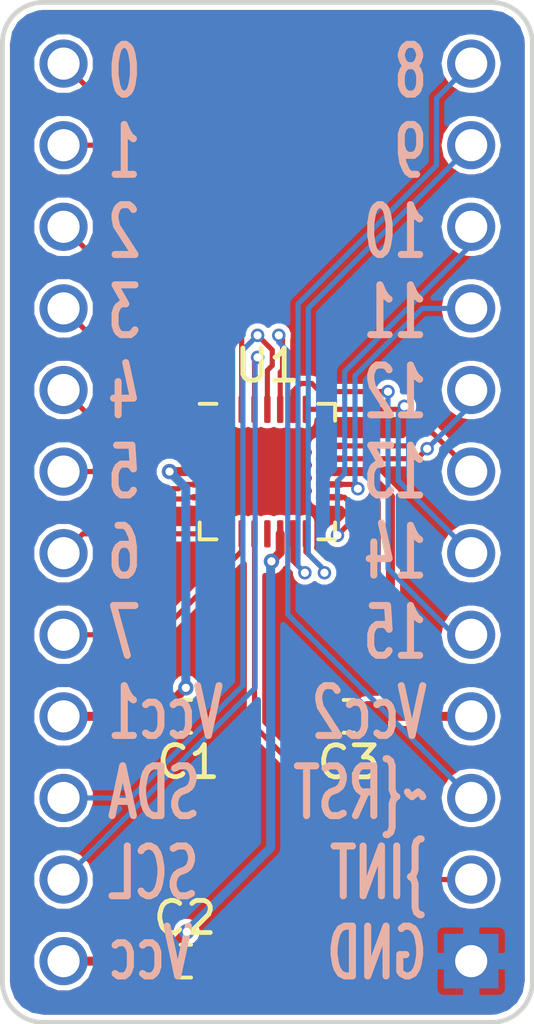
<source format=kicad_pcb>
(kicad_pcb (version 20171130) (host pcbnew 5.0.0)

  (general
    (thickness 1.6)
    (drawings 12)
    (tracks 139)
    (zones 0)
    (modules 6)
    (nets 25)
  )

  (page A4)
  (layers
    (0 F.Cu signal)
    (31 B.Cu signal hide)
    (32 B.Adhes user)
    (33 F.Adhes user)
    (34 B.Paste user)
    (35 F.Paste user)
    (36 B.SilkS user)
    (37 F.SilkS user)
    (38 B.Mask user)
    (39 F.Mask user)
    (40 Dwgs.User user)
    (41 Cmts.User user)
    (42 Eco1.User user)
    (43 Eco2.User user)
    (44 Edge.Cuts user)
    (45 Margin user)
    (46 B.CrtYd user)
    (47 F.CrtYd user)
    (48 B.Fab user hide)
    (49 F.Fab user hide)
  )

  (setup
    (last_trace_width 0.16)
    (trace_clearance 0.16)
    (zone_clearance 0.16)
    (zone_45_only no)
    (trace_min 0.16)
    (segment_width 0.2)
    (edge_width 0.15)
    (via_size 0.42)
    (via_drill 0.254)
    (via_min_size 0.4)
    (via_min_drill 0.254)
    (uvia_size 0.3)
    (uvia_drill 0.1)
    (uvias_allowed no)
    (uvia_min_size 0.2)
    (uvia_min_drill 0.1)
    (pcb_text_width 0.3)
    (pcb_text_size 1.5 1.5)
    (mod_edge_width 0.15)
    (mod_text_size 1 1)
    (mod_text_width 0.15)
    (pad_size 1.7 1.7)
    (pad_drill 1)
    (pad_to_mask_clearance 0.0508)
    (aux_axis_origin 0 0)
    (visible_elements FFFFFF7F)
    (pcbplotparams
      (layerselection 0x010fc_ffffffff)
      (usegerberextensions false)
      (usegerberattributes false)
      (usegerberadvancedattributes false)
      (creategerberjobfile false)
      (excludeedgelayer true)
      (linewidth 0.100000)
      (plotframeref false)
      (viasonmask false)
      (mode 1)
      (useauxorigin false)
      (hpglpennumber 1)
      (hpglpenspeed 20)
      (hpglpendiameter 15.000000)
      (psnegative false)
      (psa4output false)
      (plotreference true)
      (plotvalue true)
      (plotinvisibletext false)
      (padsonsilk false)
      (subtractmaskfromsilk false)
      (outputformat 1)
      (mirror false)
      (drillshape 0)
      (scaleselection 1)
      (outputdirectory "SX1503-Breakout"))
  )

  (net 0 "")
  (net 1 /Vcc)
  (net 2 /GND)
  (net 3 /SDA)
  (net 4 /SCL)
  (net 5 /Vcc1)
  (net 6 /Vcc2)
  (net 7 /IO-7)
  (net 8 /IO-6)
  (net 9 /IO-5)
  (net 10 /IO-4)
  (net 11 /IO-3)
  (net 12 /IO-2)
  (net 13 /IO-1)
  (net 14 /IO-0)
  (net 15 /~INT)
  (net 16 /~RESET)
  (net 17 /IO-15)
  (net 18 /IO-14)
  (net 19 /IO-13)
  (net 20 /IO-12)
  (net 21 /IO-11)
  (net 22 /IO-10)
  (net 23 /IO-9)
  (net 24 /IO-8)

  (net_class Default "This is the default net class."
    (clearance 0.16)
    (trace_width 0.16)
    (via_dia 0.42)
    (via_drill 0.254)
    (uvia_dia 0.3)
    (uvia_drill 0.1)
    (add_net /IO-0)
    (add_net /IO-1)
    (add_net /IO-10)
    (add_net /IO-11)
    (add_net /IO-12)
    (add_net /IO-13)
    (add_net /IO-14)
    (add_net /IO-15)
    (add_net /IO-2)
    (add_net /IO-3)
    (add_net /IO-4)
    (add_net /IO-5)
    (add_net /IO-6)
    (add_net /IO-7)
    (add_net /IO-8)
    (add_net /IO-9)
    (add_net /SCL)
    (add_net /SDA)
    (add_net /~INT)
    (add_net /~RESET)
  )

  (net_class High-Current ""
    (clearance 0.16)
    (trace_width 0.28)
    (via_dia 0.48)
    (via_drill 0.254)
    (uvia_dia 0.3)
    (uvia_drill 0.1)
    (add_net /GND)
    (add_net /Vcc)
    (add_net /Vcc1)
    (add_net /Vcc2)
  )

  (module Package_DFN_QFN:QFN-28-1EP_4x4mm_P0.4mm_EP2.4x2.4mm (layer F.Cu) (tedit 5DBD1BB4) (tstamp 5DBE459E)
    (at 26.67 31.75)
    (descr "QFN, 28 Pin (http://ww1.microchip.com/downloads/en/PackagingSpec/00000049BQ.pdf (Page 280)), generated with kicad-footprint-generator ipc_dfn_qfn_generator.py")
    (tags "QFN DFN_QFN")
    (path /5DBD2C36)
    (attr smd)
    (fp_text reference U1 (at 0 -3.3) (layer F.SilkS)
      (effects (font (size 1 1) (thickness 0.15)))
    )
    (fp_text value SX1503 (at 0 3.3) (layer F.Fab)
      (effects (font (size 1 1) (thickness 0.15)))
    )
    (fp_line (start 1.585 -2.11) (end 2.11 -2.11) (layer F.SilkS) (width 0.12))
    (fp_line (start 2.11 -2.11) (end 2.11 -1.585) (layer F.SilkS) (width 0.12))
    (fp_line (start -1.585 2.11) (end -2.11 2.11) (layer F.SilkS) (width 0.12))
    (fp_line (start -2.11 2.11) (end -2.11 1.585) (layer F.SilkS) (width 0.12))
    (fp_line (start 1.585 2.11) (end 2.11 2.11) (layer F.SilkS) (width 0.12))
    (fp_line (start 2.11 2.11) (end 2.11 1.585) (layer F.SilkS) (width 0.12))
    (fp_line (start -1.585 -2.11) (end -2.11 -2.11) (layer F.SilkS) (width 0.12))
    (fp_line (start -1 -2) (end 2 -2) (layer F.Fab) (width 0.1))
    (fp_line (start 2 -2) (end 2 2) (layer F.Fab) (width 0.1))
    (fp_line (start 2 2) (end -2 2) (layer F.Fab) (width 0.1))
    (fp_line (start -2 2) (end -2 -1) (layer F.Fab) (width 0.1))
    (fp_line (start -2 -1) (end -1 -2) (layer F.Fab) (width 0.1))
    (fp_line (start -2.6 -2.6) (end -2.6 2.6) (layer F.CrtYd) (width 0.05))
    (fp_line (start -2.6 2.6) (end 2.6 2.6) (layer F.CrtYd) (width 0.05))
    (fp_line (start 2.6 2.6) (end 2.6 -2.6) (layer F.CrtYd) (width 0.05))
    (fp_line (start 2.6 -2.6) (end -2.6 -2.6) (layer F.CrtYd) (width 0.05))
    (fp_text user %R (at 0 0) (layer F.Fab)
      (effects (font (size 1 1) (thickness 0.15)))
    )
    (pad 29 smd roundrect (at 0 0) (size 2.65 2.65) (layers F.Cu F.Mask) (roundrect_rratio 0.104)
      (net 2 /GND))
    (pad "" smd roundrect (at -0.6 -0.6) (size 0.97 0.97) (layers F.Paste) (roundrect_rratio 0.25))
    (pad "" smd roundrect (at -0.6 0.6) (size 0.97 0.97) (layers F.Paste) (roundrect_rratio 0.25))
    (pad "" smd roundrect (at 0.6 -0.6) (size 0.97 0.97) (layers F.Paste) (roundrect_rratio 0.25))
    (pad "" smd roundrect (at 0.6 0.6) (size 0.97 0.97) (layers F.Paste) (roundrect_rratio 0.25))
    (pad 1 smd roundrect (at -1.9375 -1.2) (size 0.85 0.2) (layers F.Cu F.Paste F.Mask) (roundrect_rratio 0.25)
      (net 2 /GND))
    (pad 2 smd roundrect (at -1.9375 -0.8) (size 0.85 0.2) (layers F.Cu F.Paste F.Mask) (roundrect_rratio 0.25)
      (net 12 /IO-2))
    (pad 3 smd roundrect (at -1.9375 -0.4) (size 0.85 0.2) (layers F.Cu F.Paste F.Mask) (roundrect_rratio 0.25)
      (net 11 /IO-3))
    (pad 4 smd roundrect (at -1.9375 0) (size 0.85 0.2) (layers F.Cu F.Paste F.Mask) (roundrect_rratio 0.25)
      (net 5 /Vcc1))
    (pad 5 smd roundrect (at -1.9375 0.4) (size 0.85 0.2) (layers F.Cu F.Paste F.Mask) (roundrect_rratio 0.25)
      (net 10 /IO-4))
    (pad 6 smd roundrect (at -1.9375 0.8) (size 0.85 0.2) (layers F.Cu F.Paste F.Mask) (roundrect_rratio 0.25)
      (net 9 /IO-5))
    (pad 7 smd roundrect (at -1.9375 1.2) (size 0.85 0.2) (layers F.Cu F.Paste F.Mask) (roundrect_rratio 0.25)
      (net 2 /GND))
    (pad 8 smd roundrect (at -1.2 1.9375) (size 0.2 0.85) (layers F.Cu F.Paste F.Mask) (roundrect_rratio 0.25)
      (net 8 /IO-6))
    (pad 9 smd roundrect (at -0.8 1.9375) (size 0.2 0.85) (layers F.Cu F.Paste F.Mask) (roundrect_rratio 0.25)
      (net 7 /IO-7))
    (pad 10 smd roundrect (at -0.4 1.9375) (size 0.2 0.85) (layers F.Cu F.Paste F.Mask) (roundrect_rratio 0.25)
      (net 15 /~INT))
    (pad 11 smd roundrect (at 0 1.9375) (size 0.2 0.85) (layers F.Cu F.Paste F.Mask) (roundrect_rratio 0.25))
    (pad 12 smd roundrect (at 0.4 1.9375) (size 0.2 0.85) (layers F.Cu F.Paste F.Mask) (roundrect_rratio 0.25)
      (net 1 /Vcc))
    (pad 13 smd roundrect (at 0.8 1.9375) (size 0.2 0.85) (layers F.Cu F.Paste F.Mask) (roundrect_rratio 0.25)
      (net 24 /IO-8))
    (pad 14 smd roundrect (at 1.2 1.9375) (size 0.2 0.85) (layers F.Cu F.Paste F.Mask) (roundrect_rratio 0.25)
      (net 23 /IO-9))
    (pad 15 smd roundrect (at 1.9375 1.2) (size 0.85 0.2) (layers F.Cu F.Paste F.Mask) (roundrect_rratio 0.25)
      (net 2 /GND))
    (pad 16 smd roundrect (at 1.9375 0.8) (size 0.85 0.2) (layers F.Cu F.Paste F.Mask) (roundrect_rratio 0.25)
      (net 22 /IO-10))
    (pad 17 smd roundrect (at 1.9375 0.4) (size 0.85 0.2) (layers F.Cu F.Paste F.Mask) (roundrect_rratio 0.25)
      (net 21 /IO-11))
    (pad 18 smd roundrect (at 1.9375 0) (size 0.85 0.2) (layers F.Cu F.Paste F.Mask) (roundrect_rratio 0.25)
      (net 6 /Vcc2))
    (pad 19 smd roundrect (at 1.9375 -0.4) (size 0.85 0.2) (layers F.Cu F.Paste F.Mask) (roundrect_rratio 0.25)
      (net 20 /IO-12))
    (pad 20 smd roundrect (at 1.9375 -0.8) (size 0.85 0.2) (layers F.Cu F.Paste F.Mask) (roundrect_rratio 0.25)
      (net 19 /IO-13))
    (pad 21 smd roundrect (at 1.9375 -1.2) (size 0.85 0.2) (layers F.Cu F.Paste F.Mask) (roundrect_rratio 0.25)
      (net 2 /GND))
    (pad 22 smd roundrect (at 1.2 -1.9375) (size 0.2 0.85) (layers F.Cu F.Paste F.Mask) (roundrect_rratio 0.25)
      (net 18 /IO-14))
    (pad 23 smd roundrect (at 0.8 -1.9375) (size 0.2 0.85) (layers F.Cu F.Paste F.Mask) (roundrect_rratio 0.25)
      (net 17 /IO-15))
    (pad 24 smd roundrect (at 0.4 -1.9375) (size 0.2 0.85) (layers F.Cu F.Paste F.Mask) (roundrect_rratio 0.25)
      (net 16 /~RESET))
    (pad 25 smd roundrect (at 0 -1.9375) (size 0.2 0.85) (layers F.Cu F.Paste F.Mask) (roundrect_rratio 0.25)
      (net 3 /SDA))
    (pad 26 smd roundrect (at -0.4 -1.9375) (size 0.2 0.85) (layers F.Cu F.Paste F.Mask) (roundrect_rratio 0.25)
      (net 4 /SCL))
    (pad 27 smd roundrect (at -0.8 -1.9375) (size 0.2 0.85) (layers F.Cu F.Paste F.Mask) (roundrect_rratio 0.25)
      (net 14 /IO-0))
    (pad 28 smd roundrect (at -1.2 -1.9375) (size 0.2 0.85) (layers F.Cu F.Paste F.Mask) (roundrect_rratio 0.25)
      (net 13 /IO-1))
    (model ${KISYS3DMOD}/Package_DFN_QFN.3dshapes/QFN-28-1EP_4x4mm_P0.4mm_EP2.4x2.4mm.wrl
      (at (xyz 0 0 0))
      (scale (xyz 1 1 1))
      (rotate (xyz 0 0 0))
    )
  )

  (module Connector_PinHeader_2.54mm:PinHeader_1x12_P2.54mm_Vertical (layer F.Cu) (tedit 5DBD22EA) (tstamp 5DBE4568)
    (at 33.02 19.05)
    (descr "Through hole straight pin header, 1x12, 2.54mm pitch, single row")
    (tags "Through hole pin header THT 1x12 2.54mm single row")
    (path /5DBD7FA4)
    (fp_text reference J2 (at 0 -2.33) (layer F.SilkS) hide
      (effects (font (size 1 1) (thickness 0.15)))
    )
    (fp_text value Conn_01x12_Male (at 0 30.27) (layer F.Fab)
      (effects (font (size 1 1) (thickness 0.15)))
    )
    (fp_text user %R (at 0 13.97 90) (layer F.Fab)
      (effects (font (size 1 1) (thickness 0.15)))
    )
    (fp_line (start 1.8 -1.8) (end -1.8 -1.8) (layer F.CrtYd) (width 0.05))
    (fp_line (start 1.8 29.75) (end 1.8 -1.8) (layer F.CrtYd) (width 0.05))
    (fp_line (start -1.8 29.75) (end 1.8 29.75) (layer F.CrtYd) (width 0.05))
    (fp_line (start -1.8 -1.8) (end -1.8 29.75) (layer F.CrtYd) (width 0.05))
    (pad 12 thru_hole rect (at 0 27.94) (size 1.7 1.7) (drill 1) (layers *.Cu *.Mask)
      (net 2 /GND))
    (pad 11 thru_hole oval (at 0 25.4) (size 1.5 1.5) (drill 1) (layers *.Cu *.Mask)
      (net 15 /~INT))
    (pad 10 thru_hole oval (at 0 22.86) (size 1.5 1.5) (drill 1) (layers *.Cu *.Mask)
      (net 16 /~RESET))
    (pad 9 thru_hole oval (at 0 20.32) (size 1.5 1.5) (drill 1) (layers *.Cu *.Mask)
      (net 6 /Vcc2))
    (pad 8 thru_hole oval (at 0 17.78) (size 1.5 1.5) (drill 1) (layers *.Cu *.Mask)
      (net 17 /IO-15))
    (pad 7 thru_hole oval (at 0 15.24) (size 1.5 1.5) (drill 1) (layers *.Cu *.Mask)
      (net 18 /IO-14))
    (pad 6 thru_hole oval (at 0 12.7) (size 1.5 1.5) (drill 1) (layers *.Cu *.Mask)
      (net 19 /IO-13))
    (pad 5 thru_hole oval (at 0 10.16) (size 1.5 1.5) (drill 1) (layers *.Cu *.Mask)
      (net 20 /IO-12))
    (pad 4 thru_hole oval (at 0 7.62) (size 1.5 1.5) (drill 1) (layers *.Cu *.Mask)
      (net 21 /IO-11))
    (pad 3 thru_hole oval (at 0 5.08) (size 1.5 1.5) (drill 1) (layers *.Cu *.Mask)
      (net 22 /IO-10))
    (pad 2 thru_hole oval (at 0 2.54) (size 1.5 1.5) (drill 1) (layers *.Cu *.Mask)
      (net 23 /IO-9))
    (pad 1 thru_hole oval (at 0 0) (size 1.5 1.5) (drill 1) (layers *.Cu *.Mask)
      (net 24 /IO-8))
    (model ${KISYS3DMOD}/Connector_PinHeader_2.54mm.3dshapes/PinHeader_1x12_P2.54mm_Vertical.wrl
      (at (xyz 0 0 0))
      (scale (xyz 1 1 1))
      (rotate (xyz 0 0 0))
    )
  )

  (module Connector_PinHeader_2.54mm:PinHeader_1x12_P2.54mm_Vertical (layer B.Cu) (tedit 5DBD22E6) (tstamp 5DBE4548)
    (at 20.32 46.99)
    (descr "Through hole straight pin header, 1x12, 2.54mm pitch, single row")
    (tags "Through hole pin header THT 1x12 2.54mm single row")
    (path /5DBD7F26)
    (fp_text reference J1 (at 0 2.33) (layer B.SilkS) hide
      (effects (font (size 1 1) (thickness 0.15)) (justify mirror))
    )
    (fp_text value Conn_01x12_Male (at 0 -30.27) (layer B.Fab)
      (effects (font (size 1 1) (thickness 0.15)) (justify mirror))
    )
    (fp_line (start -1.8 1.8) (end -1.8 -29.75) (layer B.CrtYd) (width 0.05))
    (fp_line (start -1.8 -29.75) (end 1.8 -29.75) (layer B.CrtYd) (width 0.05))
    (fp_line (start 1.8 -29.75) (end 1.8 1.8) (layer B.CrtYd) (width 0.05))
    (fp_line (start 1.8 1.8) (end -1.8 1.8) (layer B.CrtYd) (width 0.05))
    (fp_text user %R (at 0 -13.97 -90) (layer B.Fab)
      (effects (font (size 1 1) (thickness 0.15)) (justify mirror))
    )
    (pad 1 thru_hole circle (at 0 0) (size 1.5 1.5) (drill 1) (layers *.Cu *.Mask)
      (net 1 /Vcc))
    (pad 2 thru_hole circle (at 0 -2.54) (size 1.5 1.5) (drill 1) (layers *.Cu *.Mask)
      (net 4 /SCL))
    (pad 3 thru_hole circle (at 0 -5.08) (size 1.5 1.5) (drill 1) (layers *.Cu *.Mask)
      (net 3 /SDA))
    (pad 4 thru_hole circle (at 0 -7.62) (size 1.5 1.5) (drill 1) (layers *.Cu *.Mask)
      (net 5 /Vcc1))
    (pad 5 thru_hole circle (at 0 -10.16) (size 1.5 1.5) (drill 1) (layers *.Cu *.Mask)
      (net 7 /IO-7))
    (pad 6 thru_hole circle (at 0 -12.7) (size 1.5 1.5) (drill 1) (layers *.Cu *.Mask)
      (net 8 /IO-6))
    (pad 7 thru_hole circle (at 0 -15.24) (size 1.5 1.5) (drill 1) (layers *.Cu *.Mask)
      (net 9 /IO-5))
    (pad 8 thru_hole circle (at 0 -17.78) (size 1.5 1.5) (drill 1) (layers *.Cu *.Mask)
      (net 10 /IO-4))
    (pad 9 thru_hole circle (at 0 -20.32) (size 1.5 1.5) (drill 1) (layers *.Cu *.Mask)
      (net 11 /IO-3))
    (pad 10 thru_hole circle (at 0 -22.86) (size 1.5 1.5) (drill 1) (layers *.Cu *.Mask)
      (net 12 /IO-2))
    (pad 11 thru_hole circle (at 0 -25.4) (size 1.5 1.5) (drill 1) (layers *.Cu *.Mask)
      (net 13 /IO-1))
    (pad 12 thru_hole circle (at 0 -27.94) (size 1.5 1.5) (drill 1) (layers *.Cu *.Mask)
      (net 14 /IO-0))
    (model ${KISYS3DMOD}/Connector_PinHeader_2.54mm.3dshapes/PinHeader_1x12_P2.54mm_Vertical.wrl
      (at (xyz 0 0 0))
      (scale (xyz 1 1 1))
      (rotate (xyz 0 0 0))
    )
  )

  (module Capacitor_SMD:C_0603_1608Metric (layer F.Cu) (tedit 5DBD211C) (tstamp 5D2439EB)
    (at 24.13 46.99)
    (descr "Capacitor SMD 0603 (1608 Metric), square (rectangular) end terminal, IPC_7351 nominal, (Body size source: http://www.tortai-tech.com/upload/download/2011102023233369053.pdf), generated with kicad-footprint-generator")
    (tags capacitor)
    (path /5D1C4E71)
    (attr smd)
    (fp_text reference C2 (at -0.0254 -1.3462) (layer F.SilkS)
      (effects (font (size 1 1) (thickness 0.15)))
    )
    (fp_text value 1uF (at 0 1.43) (layer F.Fab)
      (effects (font (size 1 1) (thickness 0.15)))
    )
    (fp_text user %R (at 0 0) (layer F.Fab)
      (effects (font (size 0.4 0.4) (thickness 0.06)))
    )
    (fp_line (start 1.48 0.73) (end -1.48 0.73) (layer F.CrtYd) (width 0.05))
    (fp_line (start 1.48 -0.73) (end 1.48 0.73) (layer F.CrtYd) (width 0.05))
    (fp_line (start -1.48 -0.73) (end 1.48 -0.73) (layer F.CrtYd) (width 0.05))
    (fp_line (start -1.48 0.73) (end -1.48 -0.73) (layer F.CrtYd) (width 0.05))
    (fp_line (start -0.162779 0.51) (end 0.162779 0.51) (layer F.SilkS) (width 0.12))
    (fp_line (start -0.162779 -0.51) (end 0.162779 -0.51) (layer F.SilkS) (width 0.12))
    (fp_line (start 0.8 0.4) (end -0.8 0.4) (layer F.Fab) (width 0.1))
    (fp_line (start 0.8 -0.4) (end 0.8 0.4) (layer F.Fab) (width 0.1))
    (fp_line (start -0.8 -0.4) (end 0.8 -0.4) (layer F.Fab) (width 0.1))
    (fp_line (start -0.8 0.4) (end -0.8 -0.4) (layer F.Fab) (width 0.1))
    (pad 2 smd roundrect (at 0.7875 0) (size 0.875 0.95) (layers F.Cu F.Paste F.Mask) (roundrect_rratio 0.25)
      (net 2 /GND))
    (pad 1 smd roundrect (at -0.7875 0) (size 0.875 0.95) (layers F.Cu F.Paste F.Mask) (roundrect_rratio 0.25)
      (net 1 /Vcc))
    (model ${KISYS3DMOD}/Capacitor_SMD.3dshapes/C_0603_1608Metric.wrl
      (at (xyz 0 0 0))
      (scale (xyz 1 1 1))
      (rotate (xyz 0 0 0))
    )
  )

  (module Capacitor_SMD:C_0603_1608Metric (layer F.Cu) (tedit 5DBD2114) (tstamp 5DBE4517)
    (at 24.13 39.37)
    (descr "Capacitor SMD 0603 (1608 Metric), square (rectangular) end terminal, IPC_7351 nominal, (Body size source: http://www.tortai-tech.com/upload/download/2011102023233369053.pdf), generated with kicad-footprint-generator")
    (tags capacitor)
    (path /5DBD36F1)
    (attr smd)
    (fp_text reference C1 (at 0.0762 1.4224) (layer F.SilkS)
      (effects (font (size 1 1) (thickness 0.15)))
    )
    (fp_text value 10uF (at 0 1.43) (layer F.Fab)
      (effects (font (size 1 1) (thickness 0.15)))
    )
    (fp_line (start -0.8 0.4) (end -0.8 -0.4) (layer F.Fab) (width 0.1))
    (fp_line (start -0.8 -0.4) (end 0.8 -0.4) (layer F.Fab) (width 0.1))
    (fp_line (start 0.8 -0.4) (end 0.8 0.4) (layer F.Fab) (width 0.1))
    (fp_line (start 0.8 0.4) (end -0.8 0.4) (layer F.Fab) (width 0.1))
    (fp_line (start -0.162779 -0.51) (end 0.162779 -0.51) (layer F.SilkS) (width 0.12))
    (fp_line (start -0.162779 0.51) (end 0.162779 0.51) (layer F.SilkS) (width 0.12))
    (fp_line (start -1.48 0.73) (end -1.48 -0.73) (layer F.CrtYd) (width 0.05))
    (fp_line (start -1.48 -0.73) (end 1.48 -0.73) (layer F.CrtYd) (width 0.05))
    (fp_line (start 1.48 -0.73) (end 1.48 0.73) (layer F.CrtYd) (width 0.05))
    (fp_line (start 1.48 0.73) (end -1.48 0.73) (layer F.CrtYd) (width 0.05))
    (fp_text user %R (at 0 0) (layer F.Fab)
      (effects (font (size 0.4 0.4) (thickness 0.06)))
    )
    (pad 1 smd roundrect (at -0.7875 0) (size 0.875 0.95) (layers F.Cu F.Paste F.Mask) (roundrect_rratio 0.25)
      (net 5 /Vcc1))
    (pad 2 smd roundrect (at 0.7875 0) (size 0.875 0.95) (layers F.Cu F.Paste F.Mask) (roundrect_rratio 0.25)
      (net 2 /GND))
    (model ${KISYS3DMOD}/Capacitor_SMD.3dshapes/C_0603_1608Metric.wrl
      (at (xyz 0 0 0))
      (scale (xyz 1 1 1))
      (rotate (xyz 0 0 0))
    )
  )

  (module Capacitor_SMD:C_0603_1608Metric (layer F.Cu) (tedit 5B301BBE) (tstamp 5DBE4528)
    (at 29.21 39.37 180)
    (descr "Capacitor SMD 0603 (1608 Metric), square (rectangular) end terminal, IPC_7351 nominal, (Body size source: http://www.tortai-tech.com/upload/download/2011102023233369053.pdf), generated with kicad-footprint-generator")
    (tags capacitor)
    (path /5DBD3759)
    (attr smd)
    (fp_text reference C3 (at 0 -1.43 180) (layer F.SilkS)
      (effects (font (size 1 1) (thickness 0.15)))
    )
    (fp_text value 10uF (at 0 1.43 180) (layer F.Fab)
      (effects (font (size 1 1) (thickness 0.15)))
    )
    (fp_text user %R (at 0 0 180) (layer F.Fab)
      (effects (font (size 0.4 0.4) (thickness 0.06)))
    )
    (fp_line (start 1.48 0.73) (end -1.48 0.73) (layer F.CrtYd) (width 0.05))
    (fp_line (start 1.48 -0.73) (end 1.48 0.73) (layer F.CrtYd) (width 0.05))
    (fp_line (start -1.48 -0.73) (end 1.48 -0.73) (layer F.CrtYd) (width 0.05))
    (fp_line (start -1.48 0.73) (end -1.48 -0.73) (layer F.CrtYd) (width 0.05))
    (fp_line (start -0.162779 0.51) (end 0.162779 0.51) (layer F.SilkS) (width 0.12))
    (fp_line (start -0.162779 -0.51) (end 0.162779 -0.51) (layer F.SilkS) (width 0.12))
    (fp_line (start 0.8 0.4) (end -0.8 0.4) (layer F.Fab) (width 0.1))
    (fp_line (start 0.8 -0.4) (end 0.8 0.4) (layer F.Fab) (width 0.1))
    (fp_line (start -0.8 -0.4) (end 0.8 -0.4) (layer F.Fab) (width 0.1))
    (fp_line (start -0.8 0.4) (end -0.8 -0.4) (layer F.Fab) (width 0.1))
    (pad 2 smd roundrect (at 0.7875 0 180) (size 0.875 0.95) (layers F.Cu F.Paste F.Mask) (roundrect_rratio 0.25)
      (net 2 /GND))
    (pad 1 smd roundrect (at -0.7875 0 180) (size 0.875 0.95) (layers F.Cu F.Paste F.Mask) (roundrect_rratio 0.25)
      (net 6 /Vcc2))
    (model ${KISYS3DMOD}/Capacitor_SMD.3dshapes/C_0603_1608Metric.wrl
      (at (xyz 0 0 0))
      (scale (xyz 1 1 1))
      (rotate (xyz 0 0 0))
    )
  )

  (gr_text SX1503 (at 29.591 19.1135) (layer F.Mask) (tstamp 5DBEC171)
    (effects (font (size 1 1) (thickness 0.2)) (justify right))
  )
  (gr_text "8\n9\n10\n11\n12\n13\n14\n15\nVcc2\n~RST\n~INT\nGND" (at 31.75 33.02) (layer B.SilkS) (tstamp 5DBEC02A)
    (effects (font (size 1.55 1) (thickness 0.22)) (justify left mirror))
  )
  (gr_text "0\n1\n2\n3\n4\n5\n6\n7\nVcc1\nSDA\nSCL\nVcc" (at 21.59 33.02) (layer B.SilkS) (tstamp 5DBEC165)
    (effects (font (size 1.55 1) (thickness 0.22)) (justify right mirror))
  )
  (gr_line (start 19.685 17.145) (end 33.655 17.145) (angle 90) (layer Edge.Cuts) (width 0.15))
  (gr_line (start 33.655 48.895) (end 19.685 48.895) (angle 90) (layer Edge.Cuts) (width 0.15))
  (gr_line (start 18.415 47.625) (end 18.415 18.415) (angle 90) (layer Edge.Cuts) (width 0.15))
  (gr_line (start 34.925 18.415) (end 34.925 47.625) (angle 90) (layer Edge.Cuts) (width 0.15))
  (gr_arc (start 33.655 18.415) (end 33.655 17.145) (angle 90) (layer Edge.Cuts) (width 0.15))
  (gr_arc (start 33.655 47.625) (end 34.925 47.625) (angle 90) (layer Edge.Cuts) (width 0.15))
  (gr_arc (start 19.685 47.625) (end 19.685 48.895) (angle 90) (layer Edge.Cuts) (width 0.15))
  (gr_arc (start 19.685 18.415) (end 18.415 18.415) (angle 90) (layer Edge.Cuts) (width 0.15))
  (gr_text "SX1503\ni2c addr: 0x20" (at 25.5905 18.0975 270) (layer B.Mask)
    (effects (font (size 1 1) (thickness 0.2)) (justify right mirror))
  )

  (segment (start 20.32 46.99) (end 23.3425 46.99) (width 0.28) (layer F.Cu) (net 1) (status C00000))
  (segment (start 27.07 33.6875) (end 27.07 34.271) (width 0.28) (layer F.Cu) (net 1) (status 400000))
  (segment (start 23.3425 46.8885) (end 23.3425 46.99) (width 0.28) (layer F.Cu) (net 1) (tstamp 5DBEBECD) (status C00000))
  (segment (start 24.1554 46.0756) (end 23.3425 46.8885) (width 0.28) (layer F.Cu) (net 1) (tstamp 5DBEBECC) (status 800000))
  (via (at 24.1554 46.0756) (size 0.48) (drill 0.254) (layers F.Cu B.Cu) (net 1))
  (segment (start 26.7716 43.4594) (end 24.1554 46.0756) (width 0.28) (layer B.Cu) (net 1) (tstamp 5DBEBEC9))
  (segment (start 26.7716 34.5694) (end 26.7716 43.4594) (width 0.28) (layer B.Cu) (net 1) (tstamp 5DBEBEC8))
  (segment (start 26.797 34.544) (end 26.7716 34.5694) (width 0.28) (layer B.Cu) (net 1) (tstamp 5DBEBEC7))
  (via (at 26.797 34.544) (size 0.48) (drill 0.254) (layers F.Cu B.Cu) (net 1))
  (segment (start 27.07 34.271) (end 26.797 34.544) (width 0.28) (layer F.Cu) (net 1) (tstamp 5DBEBEC5))
  (segment (start 20.32 41.91) (end 22.407448 41.91) (width 0.16) (layer B.Cu) (net 3) (status 400000))
  (segment (start 26.67 28.6004) (end 26.67 29.8125) (width 0.16) (layer F.Cu) (net 3) (tstamp 5DBEBF13) (status 800000))
  (segment (start 26.8224 28.448) (end 26.67 28.6004) (width 0.16) (layer F.Cu) (net 3) (tstamp 5DBEBF12))
  (segment (start 26.8224 27.9654) (end 26.8224 28.448) (width 0.16) (layer F.Cu) (net 3) (tstamp 5DBEBF11))
  (segment (start 26.3652 27.5082) (end 26.8224 27.9654) (width 0.16) (layer F.Cu) (net 3) (tstamp 5DBEBF10))
  (via (at 26.3652 27.5082) (size 0.42) (drill 0.254) (layers F.Cu B.Cu) (net 3))
  (segment (start 25.908 27.9654) (end 26.3652 27.5082) (width 0.16) (layer B.Cu) (net 3) (tstamp 5DBEBF0E))
  (segment (start 25.908 38.409448) (end 25.908 27.9654) (width 0.16) (layer B.Cu) (net 3) (tstamp 5DBEBF0C))
  (segment (start 22.407448 41.91) (end 25.908 38.409448) (width 0.16) (layer B.Cu) (net 3) (tstamp 5DBEBF0A))
  (segment (start 26.27 29.8125) (end 26.27 28.2892) (width 0.16) (layer F.Cu) (net 4) (status 400000))
  (segment (start 26.289 38.481) (end 20.32 44.45) (width 0.16) (layer B.Cu) (net 4) (tstamp 5DBEBF06) (status 800000))
  (segment (start 26.289 28.2702) (end 26.289 38.481) (width 0.16) (layer B.Cu) (net 4) (tstamp 5DBEBF05))
  (segment (start 26.3652 28.194) (end 26.289 28.2702) (width 0.16) (layer B.Cu) (net 4) (tstamp 5DBEBF04))
  (via (at 26.3652 28.194) (size 0.42) (drill 0.254) (layers F.Cu B.Cu) (net 4))
  (segment (start 26.27 28.2892) (end 26.3652 28.194) (width 0.16) (layer F.Cu) (net 4) (tstamp 5DBEBF02))
  (segment (start 24.7325 31.75) (end 23.622 31.75) (width 0.28) (layer F.Cu) (net 5) (status 400000))
  (segment (start 23.3425 39.2685) (end 23.3425 39.37) (width 0.28) (layer F.Cu) (net 5) (tstamp 5DBEBEBE) (status C00000))
  (segment (start 24.13 38.481) (end 23.3425 39.2685) (width 0.28) (layer F.Cu) (net 5) (tstamp 5DBEBEBD) (status 800000))
  (via (at 24.13 38.481) (size 0.48) (drill 0.254) (layers F.Cu B.Cu) (net 5))
  (segment (start 24.13 32.258) (end 24.13 38.481) (width 0.28) (layer B.Cu) (net 5) (tstamp 5DBEBEBB))
  (segment (start 23.622 31.75) (end 24.13 32.258) (width 0.28) (layer B.Cu) (net 5) (tstamp 5DBEBEBA))
  (via (at 23.622 31.75) (size 0.48) (drill 0.254) (layers F.Cu B.Cu) (net 5))
  (segment (start 23.3425 39.37) (end 20.32 39.37) (width 0.28) (layer F.Cu) (net 5) (status C00000))
  (segment (start 29.9975 39.37) (end 33.02 39.37) (width 0.28) (layer F.Cu) (net 6) (status C00000))
  (segment (start 28.6075 31.75) (end 29.718 31.75) (width 0.28) (layer F.Cu) (net 6) (status 400000))
  (segment (start 30.5054 38.8621) (end 29.9975 39.37) (width 0.28) (layer F.Cu) (net 6) (tstamp 5DBEBF9B) (status 800000))
  (segment (start 30.5054 32.5374) (end 30.5054 38.8621) (width 0.28) (layer F.Cu) (net 6) (tstamp 5DBEBF9A))
  (segment (start 29.718 31.75) (end 30.5054 32.5374) (width 0.28) (layer F.Cu) (net 6) (tstamp 5DBEBF99))
  (segment (start 25.87 33.6875) (end 25.87 34.2264) (width 0.16) (layer F.Cu) (net 7) (status 400000))
  (segment (start 23.2664 36.83) (end 20.32 36.83) (width 0.16) (layer F.Cu) (net 7) (tstamp 5DBEBEF8) (status 800000))
  (segment (start 25.87 34.2264) (end 23.2664 36.83) (width 0.16) (layer F.Cu) (net 7) (tstamp 5DBEBEF7))
  (segment (start 25.47 33.6875) (end 20.9225 33.6875) (width 0.16) (layer F.Cu) (net 8) (status 400000))
  (segment (start 20.9225 33.6875) (end 20.32 34.29) (width 0.16) (layer F.Cu) (net 8) (tstamp 5DBEBEF4) (status 800000))
  (segment (start 24.7325 32.55) (end 24.1936 32.55) (width 0.16) (layer F.Cu) (net 9) (status 400000))
  (segment (start 24.1936 32.55) (end 24.140198 32.603402) (width 0.16) (layer F.Cu) (net 9) (tstamp 5DBEBEEE))
  (segment (start 24.140198 32.603402) (end 23.3934 32.603402) (width 0.16) (layer F.Cu) (net 9) (tstamp 5DBEBEEF))
  (segment (start 20.32 31.75) (end 22.407448 31.75) (width 0.16) (layer F.Cu) (net 9) (status 400000))
  (segment (start 23.26085 32.603402) (end 23.3934 32.603402) (width 0.16) (layer F.Cu) (net 9) (tstamp 5DBEBFB0))
  (segment (start 22.407448 31.75) (end 23.26085 32.603402) (width 0.16) (layer F.Cu) (net 9) (tstamp 5DBEBFAF))
  (segment (start 24.7325 32.15) (end 24.0348 32.15) (width 0.16) (layer F.Cu) (net 10) (status 400000))
  (segment (start 23.3934 32.2834) (end 20.32 29.21) (width 0.16) (layer F.Cu) (net 10) (tstamp 5DBEBEEB) (status 800000))
  (segment (start 23.9014 32.2834) (end 23.3934 32.2834) (width 0.16) (layer F.Cu) (net 10) (tstamp 5DBEBEEA))
  (segment (start 24.0348 32.15) (end 23.9014 32.2834) (width 0.16) (layer F.Cu) (net 10) (tstamp 5DBEBEE9))
  (segment (start 24.7325 31.35) (end 23.9332 31.35) (width 0.16) (layer F.Cu) (net 11) (status 400000))
  (segment (start 22.1488 28.4988) (end 20.32 26.67) (width 0.16) (layer F.Cu) (net 11) (tstamp 5DBEBEDD) (status 800000))
  (segment (start 22.1488 29.5656) (end 22.1488 28.4988) (width 0.16) (layer F.Cu) (net 11) (tstamp 5DBEBEDB))
  (segment (start 23.9332 31.35) (end 22.1488 29.5656) (width 0.16) (layer F.Cu) (net 11) (tstamp 5DBEBED9))
  (segment (start 24.7325 30.95) (end 23.985752 30.95) (width 0.16) (layer F.Cu) (net 12) (status 400000))
  (segment (start 22.468802 26.278802) (end 20.32 24.13) (width 0.16) (layer F.Cu) (net 12) (tstamp 5DBEBEE3) (status 800000))
  (segment (start 22.468802 29.43305) (end 22.468802 26.278802) (width 0.16) (layer F.Cu) (net 12) (tstamp 5DBEBEE2))
  (segment (start 23.985752 30.95) (end 22.468802 29.43305) (width 0.16) (layer F.Cu) (net 12) (tstamp 5DBEBEE1))
  (segment (start 20.32 21.59) (end 22.407448 21.59) (width 0.16) (layer F.Cu) (net 13) (status 400000))
  (segment (start 25.47 24.652552) (end 25.47 29.8125) (width 0.16) (layer F.Cu) (net 13) (tstamp 5DBEBFAB) (status 800000))
  (segment (start 22.407448 21.59) (end 25.47 24.652552) (width 0.16) (layer F.Cu) (net 13) (tstamp 5DBEBFA9))
  (segment (start 25.87 29.8125) (end 25.87 24.6) (width 0.16) (layer F.Cu) (net 14) (status 400000))
  (segment (start 25.87 24.6) (end 20.32 19.05) (width 0.16) (layer F.Cu) (net 14) (tstamp 5DBEBED0) (status 800000))
  (segment (start 26.27 33.6875) (end 26.27 39.6812) (width 0.16) (layer F.Cu) (net 15) (status 400000))
  (segment (start 31.0388 44.45) (end 33.02 44.45) (width 0.16) (layer F.Cu) (net 15) (tstamp 5DBEBEFE) (status 800000))
  (segment (start 26.27 39.6812) (end 31.0388 44.45) (width 0.16) (layer F.Cu) (net 15) (tstamp 5DBEBEFC))
  (segment (start 27.07 29.8125) (end 27.07 28.6576) (width 0.16) (layer F.Cu) (net 16) (status 400000))
  (via (at 27.0256 27.5082) (size 0.42) (drill 0.254) (layers F.Cu B.Cu) (net 16))
  (segment (start 27.142402 27.625002) (end 27.0256 27.5082) (width 0.16) (layer F.Cu) (net 16) (tstamp 5DBEBF18))
  (segment (start 27.142402 28.585198) (end 27.142402 27.625002) (width 0.16) (layer F.Cu) (net 16) (tstamp 5DBEBF17))
  (segment (start 27.07 28.6576) (end 27.142402 28.585198) (width 0.16) (layer F.Cu) (net 16) (tstamp 5DBEBF16))
  (segment (start 27.0256 27.5082) (end 27.0256 27.7241) (width 0.16) (layer B.Cu) (net 16))
  (segment (start 27.305 36.195) (end 33.02 41.91) (width 0.16) (layer B.Cu) (net 16) (tstamp 5DBEC0A3) (status 800000))
  (segment (start 27.305 28.0035) (end 27.305 36.195) (width 0.16) (layer B.Cu) (net 16) (tstamp 5DBEC0A2))
  (segment (start 27.0256 27.7241) (end 27.305 28.0035) (width 0.16) (layer B.Cu) (net 16) (tstamp 5DBEC0A1))
  (segment (start 27.47 29.8125) (end 27.47 29.2482) (width 0.16) (layer F.Cu) (net 17) (status 400000))
  (segment (start 27.47 29.2482) (end 27.7114 29.0068) (width 0.16) (layer F.Cu) (net 17) (tstamp 5DBEBF7F))
  (segment (start 27.7114 29.0068) (end 28.0543 29.0068) (width 0.16) (layer F.Cu) (net 17) (tstamp 5DBEBF80))
  (via (at 30.4292 29.2608) (size 0.42) (drill 0.254) (layers F.Cu B.Cu) (net 17))
  (segment (start 33.02 36.83) (end 32.4866 36.83) (width 0.16) (layer B.Cu) (net 17) (status C00000))
  (segment (start 30.4292 34.7726) (end 30.4292 29.2608) (width 0.16) (layer B.Cu) (net 17) (tstamp 5DBEBF9F))
  (segment (start 32.4866 36.83) (end 30.4292 34.7726) (width 0.16) (layer B.Cu) (net 17) (tstamp 5DBEBF9E) (status 400000))
  (segment (start 30.4292 29.2608) (end 28.3083 29.2608) (width 0.16) (layer F.Cu) (net 17))
  (segment (start 28.3083 29.2608) (end 28.0543 29.0068) (width 0.16) (layer F.Cu) (net 17) (tstamp 5DBEC0AC))
  (segment (start 27.87 29.8125) (end 30.8427 29.8125) (width 0.16) (layer F.Cu) (net 18) (status 400000))
  (via (at 30.9372 29.718) (size 0.42) (drill 0.254) (layers F.Cu B.Cu) (net 18))
  (segment (start 30.8427 29.8125) (end 30.9372 29.718) (width 0.16) (layer F.Cu) (net 18) (tstamp 5DBEBF6D))
  (segment (start 33.02 34.29) (end 33.009802 34.29) (width 0.16) (layer B.Cu) (net 18) (status C00000))
  (segment (start 30.749202 29.905998) (end 30.9372 29.718) (width 0.16) (layer B.Cu) (net 18) (tstamp 5DBEBFA6))
  (segment (start 30.749202 32.0294) (end 30.749202 29.905998) (width 0.16) (layer B.Cu) (net 18) (tstamp 5DBEBFA4))
  (segment (start 33.009802 34.29) (end 30.749202 32.0294) (width 0.16) (layer B.Cu) (net 18) (tstamp 5DBEBFA3) (status 400000))
  (segment (start 31.8135 30.5435) (end 33.02 31.75) (width 0.16) (layer F.Cu) (net 19) (tstamp 5DBEBF5E) (status 800000))
  (segment (start 31.4325 30.5435) (end 31.8135 30.5435) (width 0.16) (layer F.Cu) (net 19) (tstamp 5DBEC106))
  (segment (start 28.6075 30.95) (end 31.026 30.95) (width 0.16) (layer F.Cu) (net 19) (status 400000))
  (segment (start 31.026 30.95) (end 31.4325 30.5435) (width 0.16) (layer F.Cu) (net 19) (tstamp 5DBEC103))
  (segment (start 28.6075 31.35) (end 31.3372 31.35) (width 0.16) (layer F.Cu) (net 20) (status 400000))
  (segment (start 33.02 29.6672) (end 33.02 29.21) (width 0.16) (layer B.Cu) (net 20) (tstamp 5DBEBF69) (status C00000))
  (segment (start 31.6484 31.0388) (end 33.02 29.6672) (width 0.16) (layer B.Cu) (net 20) (tstamp 5DBEBF68) (status 800000))
  (via (at 31.6484 31.0388) (size 0.42) (drill 0.254) (layers F.Cu B.Cu) (net 20))
  (segment (start 31.3372 31.35) (end 31.6484 31.0388) (width 0.16) (layer F.Cu) (net 20) (tstamp 5DBEBF66))
  (segment (start 28.6075 32.15) (end 29.356 32.15) (width 0.16) (layer F.Cu) (net 21) (status 400000))
  (segment (start 31.496 26.67) (end 33.02 26.67) (width 0.16) (layer B.Cu) (net 21) (tstamp 5DBEC07D) (status 800000))
  (segment (start 29.4894 32.2834) (end 29.4005 32.1945) (width 0.16) (layer B.Cu) (net 21) (tstamp 5DBEBF4C))
  (via (at 29.4894 32.2834) (size 0.42) (drill 0.254) (layers F.Cu B.Cu) (net 21))
  (segment (start 29.356 32.15) (end 29.4894 32.2834) (width 0.16) (layer F.Cu) (net 21) (tstamp 5DBEBF49))
  (segment (start 29.4005 32.1945) (end 29.4005 28.7655) (width 0.16) (layer B.Cu) (net 21))
  (segment (start 29.4005 28.7655) (end 31.496 26.67) (width 0.16) (layer B.Cu) (net 21) (tstamp 5DBEC079))
  (segment (start 29.0702 32.55) (end 28.6075 32.55) (width 0.16) (layer F.Cu) (net 22) (tstamp 5DBEBF46) (status 800000))
  (segment (start 29.337 32.8168) (end 29.0702 32.55) (width 0.16) (layer F.Cu) (net 22) (tstamp 5DBEBF45))
  (segment (start 29.337 33.2486) (end 29.337 32.8168) (width 0.16) (layer F.Cu) (net 22) (tstamp 5DBEBF44))
  (segment (start 28.8544 33.7312) (end 29.337 33.2486) (width 0.16) (layer F.Cu) (net 22) (tstamp 5DBEBF43))
  (via (at 28.8544 33.7312) (size 0.42) (drill 0.254) (layers F.Cu B.Cu) (net 22))
  (segment (start 28.8544 33.7312) (end 28.8544 32.039598) (width 0.16) (layer B.Cu) (net 22))
  (segment (start 33.02 24.693448) (end 33.02 24.13) (width 0.16) (layer B.Cu) (net 22) (tstamp 5DBEC127) (status C00000))
  (segment (start 29.080498 28.63295) (end 33.02 24.693448) (width 0.16) (layer B.Cu) (net 22) (tstamp 5DBEC125) (status 800000))
  (segment (start 29.080498 31.8135) (end 29.080498 28.63295) (width 0.16) (layer B.Cu) (net 22) (tstamp 5DBEC124))
  (segment (start 28.8544 32.039598) (end 29.080498 31.8135) (width 0.16) (layer B.Cu) (net 22) (tstamp 5DBEC123))
  (segment (start 27.87 33.6875) (end 27.87 34.2454) (width 0.16) (layer F.Cu) (net 23) (status 400000))
  (segment (start 27.87 34.2454) (end 28.448 34.8234) (width 0.16) (layer F.Cu) (net 23) (tstamp 5DBEBF32))
  (segment (start 28.448 34.8234) (end 28.448 34.8996) (width 0.16) (layer F.Cu) (net 23) (tstamp 5DBEBF33))
  (via (at 28.448 34.8996) (size 0.42) (drill 0.254) (layers F.Cu B.Cu) (net 23))
  (segment (start 28.448 34.8996) (end 28.4734 34.8742) (width 0.16) (layer B.Cu) (net 23) (tstamp 5DBEBF35))
  (segment (start 28.4734 34.8742) (end 28.4734 34.843796) (width 0.16) (layer B.Cu) (net 23) (tstamp 5DBEBF36))
  (segment (start 28.4734 34.843796) (end 27.945004 34.3154) (width 0.16) (layer B.Cu) (net 23) (tstamp 5DBEBF37))
  (segment (start 27.945004 34.3154) (end 27.945004 26.67) (width 0.16) (layer B.Cu) (net 23) (tstamp 5DBEBF38))
  (segment (start 33.02 21.59) (end 27.945004 26.664996) (width 0.16) (layer B.Cu) (net 23) (status 400000))
  (segment (start 27.945004 26.664996) (end 27.945004 26.67) (width 0.16) (layer B.Cu) (net 23) (tstamp 5DBEC130))
  (segment (start 27.47 33.6875) (end 27.47 34.5312) (width 0.16) (layer F.Cu) (net 24) (status 400000))
  (segment (start 27.47 34.5312) (end 27.8384 34.8996) (width 0.16) (layer F.Cu) (net 24) (tstamp 5DBEBF2A))
  (via (at 27.8384 34.8996) (size 0.42) (drill 0.254) (layers F.Cu B.Cu) (net 24))
  (segment (start 27.8384 34.8996) (end 27.625002 34.686202) (width 0.16) (layer B.Cu) (net 24) (tstamp 5DBEBF2C))
  (segment (start 27.625002 34.686202) (end 27.625002 26.664996) (width 0.16) (layer B.Cu) (net 24) (tstamp 5DBEBF2D))
  (segment (start 33.02 19.05) (end 31.9405 20.1295) (width 0.16) (layer B.Cu) (net 24) (status 400000))
  (segment (start 27.625002 26.532446) (end 27.625002 26.664996) (width 0.16) (layer B.Cu) (net 24) (tstamp 5DBEC13C))
  (segment (start 31.9405 22.216948) (end 27.625002 26.532446) (width 0.16) (layer B.Cu) (net 24) (tstamp 5DBEC13B))
  (segment (start 31.9405 20.1295) (end 31.9405 22.216948) (width 0.16) (layer B.Cu) (net 24) (tstamp 5DBEC13A))

  (zone (net 2) (net_name /GND) (layer F.Cu) (tstamp 5DBEC17E) (hatch edge 0.508)
    (connect_pads yes (clearance 0.16))
    (min_thickness 0.18)
    (fill yes (arc_segments 16) (thermal_gap 0.2) (thermal_bridge_width 0.508))
    (polygon
      (pts
        (xy 34.925 48.895) (xy 18.415 48.895) (xy 18.415 17.145) (xy 34.925 17.145)
      )
    )
    (filled_polygon
      (pts
        (xy 33.976495 17.531702) (xy 34.259212 17.69493) (xy 34.469051 17.945006) (xy 34.585672 18.265418) (xy 34.6 18.429186)
        (xy 34.600001 47.596558) (xy 34.538298 47.946495) (xy 34.37507 48.229212) (xy 34.124993 48.439052) (xy 33.804582 48.555672)
        (xy 33.640814 48.57) (xy 19.713437 48.57) (xy 19.363505 48.508298) (xy 19.080788 48.34507) (xy 18.870948 48.094993)
        (xy 18.754328 47.774582) (xy 18.74 47.610814) (xy 18.74 46.791088) (xy 19.32 46.791088) (xy 19.32 47.188912)
        (xy 19.472241 47.556454) (xy 19.753546 47.837759) (xy 20.121088 47.99) (xy 20.518912 47.99) (xy 20.886454 47.837759)
        (xy 21.167759 47.556454) (xy 21.240849 47.38) (xy 22.676707 47.38) (xy 22.686157 47.427507) (xy 22.788831 47.581169)
        (xy 22.942493 47.683843) (xy 23.12375 47.719897) (xy 23.56125 47.719897) (xy 23.742507 47.683843) (xy 23.896169 47.581169)
        (xy 23.998843 47.427507) (xy 24.034897 47.24625) (xy 24.034897 46.747647) (xy 24.216944 46.5656) (xy 24.252867 46.5656)
        (xy 24.432963 46.491002) (xy 24.570802 46.353163) (xy 24.6454 46.173067) (xy 24.6454 45.978133) (xy 24.570802 45.798037)
        (xy 24.432963 45.660198) (xy 24.252867 45.5856) (xy 24.057933 45.5856) (xy 23.877837 45.660198) (xy 23.739998 45.798037)
        (xy 23.6654 45.978133) (xy 23.6654 46.014056) (xy 23.419354 46.260103) (xy 23.12375 46.260103) (xy 22.942493 46.296157)
        (xy 22.788831 46.398831) (xy 22.686157 46.552493) (xy 22.676707 46.6) (xy 21.240849 46.6) (xy 21.167759 46.423546)
        (xy 20.886454 46.142241) (xy 20.518912 45.99) (xy 20.121088 45.99) (xy 19.753546 46.142241) (xy 19.472241 46.423546)
        (xy 19.32 46.791088) (xy 18.74 46.791088) (xy 18.74 44.251088) (xy 19.32 44.251088) (xy 19.32 44.648912)
        (xy 19.472241 45.016454) (xy 19.753546 45.297759) (xy 20.121088 45.45) (xy 20.518912 45.45) (xy 20.886454 45.297759)
        (xy 21.167759 45.016454) (xy 21.32 44.648912) (xy 21.32 44.251088) (xy 21.167759 43.883546) (xy 20.886454 43.602241)
        (xy 20.518912 43.45) (xy 20.121088 43.45) (xy 19.753546 43.602241) (xy 19.472241 43.883546) (xy 19.32 44.251088)
        (xy 18.74 44.251088) (xy 18.74 41.711088) (xy 19.32 41.711088) (xy 19.32 42.108912) (xy 19.472241 42.476454)
        (xy 19.753546 42.757759) (xy 20.121088 42.91) (xy 20.518912 42.91) (xy 20.886454 42.757759) (xy 21.167759 42.476454)
        (xy 21.32 42.108912) (xy 21.32 41.711088) (xy 21.167759 41.343546) (xy 20.886454 41.062241) (xy 20.518912 40.91)
        (xy 20.121088 40.91) (xy 19.753546 41.062241) (xy 19.472241 41.343546) (xy 19.32 41.711088) (xy 18.74 41.711088)
        (xy 18.74 39.171088) (xy 19.32 39.171088) (xy 19.32 39.568912) (xy 19.472241 39.936454) (xy 19.753546 40.217759)
        (xy 20.121088 40.37) (xy 20.518912 40.37) (xy 20.886454 40.217759) (xy 21.167759 39.936454) (xy 21.240849 39.76)
        (xy 22.676707 39.76) (xy 22.686157 39.807507) (xy 22.788831 39.961169) (xy 22.942493 40.063843) (xy 23.12375 40.099897)
        (xy 23.56125 40.099897) (xy 23.742507 40.063843) (xy 23.896169 39.961169) (xy 23.998843 39.807507) (xy 24.034897 39.62625)
        (xy 24.034897 39.127647) (xy 24.191544 38.971) (xy 24.227467 38.971) (xy 24.407563 38.896402) (xy 24.545402 38.758563)
        (xy 24.62 38.578467) (xy 24.62 38.383533) (xy 24.545402 38.203437) (xy 24.407563 38.065598) (xy 24.227467 37.991)
        (xy 24.032533 37.991) (xy 23.852437 38.065598) (xy 23.714598 38.203437) (xy 23.64 38.383533) (xy 23.64 38.419456)
        (xy 23.419354 38.640103) (xy 23.12375 38.640103) (xy 22.942493 38.676157) (xy 22.788831 38.778831) (xy 22.686157 38.932493)
        (xy 22.676707 38.98) (xy 21.240849 38.98) (xy 21.167759 38.803546) (xy 20.886454 38.522241) (xy 20.518912 38.37)
        (xy 20.121088 38.37) (xy 19.753546 38.522241) (xy 19.472241 38.803546) (xy 19.32 39.171088) (xy 18.74 39.171088)
        (xy 18.74 34.091088) (xy 19.32 34.091088) (xy 19.32 34.488912) (xy 19.472241 34.856454) (xy 19.753546 35.137759)
        (xy 20.121088 35.29) (xy 20.518912 35.29) (xy 20.886454 35.137759) (xy 21.167759 34.856454) (xy 21.32 34.488912)
        (xy 21.32 34.091088) (xy 21.289519 34.0175) (xy 25.115103 34.0175) (xy 25.115103 34.0625) (xy 25.138312 34.179179)
        (xy 25.204405 34.278095) (xy 25.292651 34.337058) (xy 23.129711 36.5) (xy 21.265702 36.5) (xy 21.167759 36.263546)
        (xy 20.886454 35.982241) (xy 20.518912 35.83) (xy 20.121088 35.83) (xy 19.753546 35.982241) (xy 19.472241 36.263546)
        (xy 19.32 36.631088) (xy 19.32 37.028912) (xy 19.472241 37.396454) (xy 19.753546 37.677759) (xy 20.121088 37.83)
        (xy 20.518912 37.83) (xy 20.886454 37.677759) (xy 21.167759 37.396454) (xy 21.265702 37.16) (xy 23.233899 37.16)
        (xy 23.2664 37.166465) (xy 23.298901 37.16) (xy 23.298902 37.16) (xy 23.39516 37.140853) (xy 23.504317 37.067917)
        (xy 23.522732 37.040357) (xy 25.94 34.623091) (xy 25.940001 39.648694) (xy 25.933535 39.6812) (xy 25.959147 39.809959)
        (xy 25.959148 39.80996) (xy 26.032084 39.919117) (xy 26.059641 39.93753) (xy 30.78247 44.66036) (xy 30.800883 44.687917)
        (xy 30.91004 44.760853) (xy 31.006298 44.78) (xy 31.006299 44.78) (xy 31.0388 44.786465) (xy 31.071301 44.78)
        (xy 32.06605 44.78) (xy 32.078021 44.840181) (xy 32.29904 45.17096) (xy 32.629819 45.391979) (xy 32.92151 45.45)
        (xy 33.11849 45.45) (xy 33.410181 45.391979) (xy 33.74096 45.17096) (xy 33.961979 44.840181) (xy 34.039591 44.45)
        (xy 33.961979 44.059819) (xy 33.74096 43.72904) (xy 33.410181 43.508021) (xy 33.11849 43.45) (xy 32.92151 43.45)
        (xy 32.629819 43.508021) (xy 32.29904 43.72904) (xy 32.078021 44.059819) (xy 32.06605 44.12) (xy 31.17549 44.12)
        (xy 28.96549 41.91) (xy 32.000409 41.91) (xy 32.078021 42.300181) (xy 32.29904 42.63096) (xy 32.629819 42.851979)
        (xy 32.92151 42.91) (xy 33.11849 42.91) (xy 33.410181 42.851979) (xy 33.74096 42.63096) (xy 33.961979 42.300181)
        (xy 34.039591 41.91) (xy 33.961979 41.519819) (xy 33.74096 41.18904) (xy 33.410181 40.968021) (xy 33.11849 40.91)
        (xy 32.92151 40.91) (xy 32.629819 40.968021) (xy 32.29904 41.18904) (xy 32.078021 41.519819) (xy 32.000409 41.91)
        (xy 28.96549 41.91) (xy 26.6 39.544511) (xy 26.6 34.992772) (xy 26.699533 35.034) (xy 26.894467 35.034)
        (xy 27.074563 34.959402) (xy 27.212402 34.821563) (xy 27.233683 34.770186) (xy 27.25964 34.787529) (xy 27.3784 34.90629)
        (xy 27.3784 34.9911) (xy 27.448431 35.160169) (xy 27.577831 35.289569) (xy 27.7469 35.3596) (xy 27.9299 35.3596)
        (xy 28.098969 35.289569) (xy 28.1432 35.245338) (xy 28.187431 35.289569) (xy 28.3565 35.3596) (xy 28.5395 35.3596)
        (xy 28.708569 35.289569) (xy 28.837969 35.160169) (xy 28.908 34.9911) (xy 28.908 34.8081) (xy 28.837969 34.639031)
        (xy 28.708569 34.509631) (xy 28.5395 34.4396) (xy 28.53089 34.4396) (xy 28.213099 34.12181) (xy 28.224897 34.0625)
        (xy 28.224897 33.3125) (xy 28.201688 33.195821) (xy 28.135595 33.096905) (xy 28.036679 33.030812) (xy 27.92 33.007603)
        (xy 27.82 33.007603) (xy 27.703321 33.030812) (xy 27.67 33.053076) (xy 27.636679 33.030812) (xy 27.52 33.007603)
        (xy 27.42 33.007603) (xy 27.303321 33.030812) (xy 27.27 33.053076) (xy 27.236679 33.030812) (xy 27.12 33.007603)
        (xy 27.02 33.007603) (xy 26.903321 33.030812) (xy 26.87 33.053076) (xy 26.836679 33.030812) (xy 26.72 33.007603)
        (xy 26.62 33.007603) (xy 26.503321 33.030812) (xy 26.47 33.053076) (xy 26.436679 33.030812) (xy 26.32 33.007603)
        (xy 26.22 33.007603) (xy 26.103321 33.030812) (xy 26.07 33.053076) (xy 26.036679 33.030812) (xy 25.92 33.007603)
        (xy 25.82 33.007603) (xy 25.703321 33.030812) (xy 25.67 33.053076) (xy 25.636679 33.030812) (xy 25.52 33.007603)
        (xy 25.42 33.007603) (xy 25.303321 33.030812) (xy 25.204405 33.096905) (xy 25.138312 33.195821) (xy 25.115103 33.3125)
        (xy 25.115103 33.3575) (xy 20.955001 33.3575) (xy 20.9225 33.351035) (xy 20.889999 33.3575) (xy 20.889998 33.3575)
        (xy 20.79374 33.376647) (xy 20.768619 33.393432) (xy 20.518912 33.29) (xy 20.121088 33.29) (xy 19.753546 33.442241)
        (xy 19.472241 33.723546) (xy 19.32 34.091088) (xy 18.74 34.091088) (xy 18.74 23.931088) (xy 19.32 23.931088)
        (xy 19.32 24.328912) (xy 19.472241 24.696454) (xy 19.753546 24.977759) (xy 20.121088 25.13) (xy 20.518912 25.13)
        (xy 20.755368 25.032057) (xy 22.138803 26.415493) (xy 22.138802 28.022113) (xy 21.222057 27.105367) (xy 21.32 26.868912)
        (xy 21.32 26.471088) (xy 21.167759 26.103546) (xy 20.886454 25.822241) (xy 20.518912 25.67) (xy 20.121088 25.67)
        (xy 19.753546 25.822241) (xy 19.472241 26.103546) (xy 19.32 26.471088) (xy 19.32 26.868912) (xy 19.472241 27.236454)
        (xy 19.753546 27.517759) (xy 20.121088 27.67) (xy 20.518912 27.67) (xy 20.755367 27.572057) (xy 21.818801 28.635491)
        (xy 21.8188 29.533098) (xy 21.812335 29.5656) (xy 21.8188 29.598101) (xy 21.837947 29.694359) (xy 21.910883 29.803516)
        (xy 21.93844 29.821929) (xy 23.419865 31.303355) (xy 23.344437 31.334598) (xy 23.206598 31.472437) (xy 23.160476 31.583786)
        (xy 21.222057 29.645368) (xy 21.32 29.408912) (xy 21.32 29.011088) (xy 21.167759 28.643546) (xy 20.886454 28.362241)
        (xy 20.518912 28.21) (xy 20.121088 28.21) (xy 19.753546 28.362241) (xy 19.472241 28.643546) (xy 19.32 29.011088)
        (xy 19.32 29.408912) (xy 19.472241 29.776454) (xy 19.753546 30.057759) (xy 20.121088 30.21) (xy 20.518912 30.21)
        (xy 20.755368 30.112057) (xy 22.06331 31.42) (xy 21.265702 31.42) (xy 21.167759 31.183546) (xy 20.886454 30.902241)
        (xy 20.518912 30.75) (xy 20.121088 30.75) (xy 19.753546 30.902241) (xy 19.472241 31.183546) (xy 19.32 31.551088)
        (xy 19.32 31.948912) (xy 19.472241 32.316454) (xy 19.753546 32.597759) (xy 20.121088 32.75) (xy 20.518912 32.75)
        (xy 20.886454 32.597759) (xy 21.167759 32.316454) (xy 21.265702 32.08) (xy 22.270759 32.08) (xy 23.00452 32.813762)
        (xy 23.022933 32.841319) (xy 23.13209 32.914255) (xy 23.228348 32.933402) (xy 23.228349 32.933402) (xy 23.26085 32.939867)
        (xy 23.293351 32.933402) (xy 24.107697 32.933402) (xy 24.140198 32.939867) (xy 24.172699 32.933402) (xy 24.1727 32.933402)
        (xy 24.268958 32.914255) (xy 24.300062 32.893472) (xy 24.3575 32.904897) (xy 25.1075 32.904897) (xy 25.224179 32.881688)
        (xy 25.323095 32.815595) (xy 25.389188 32.716679) (xy 25.412397 32.6) (xy 25.412397 32.5) (xy 25.389188 32.383321)
        (xy 25.366924 32.35) (xy 25.389188 32.316679) (xy 25.412397 32.2) (xy 25.412397 32.1) (xy 25.389188 31.983321)
        (xy 25.366924 31.95) (xy 25.389188 31.916679) (xy 25.412397 31.8) (xy 25.412397 31.7) (xy 25.389188 31.583321)
        (xy 25.366924 31.55) (xy 25.389188 31.516679) (xy 25.412397 31.4) (xy 25.412397 31.3) (xy 25.389188 31.183321)
        (xy 25.366924 31.15) (xy 25.389188 31.116679) (xy 25.412397 31) (xy 25.412397 30.9) (xy 27.927603 30.9)
        (xy 27.927603 31) (xy 27.950812 31.116679) (xy 27.973076 31.15) (xy 27.950812 31.183321) (xy 27.927603 31.3)
        (xy 27.927603 31.4) (xy 27.950812 31.516679) (xy 27.973076 31.55) (xy 27.950812 31.583321) (xy 27.927603 31.7)
        (xy 27.927603 31.8) (xy 27.950812 31.916679) (xy 27.973076 31.95) (xy 27.950812 31.983321) (xy 27.927603 32.1)
        (xy 27.927603 32.2) (xy 27.950812 32.316679) (xy 27.973076 32.35) (xy 27.950812 32.383321) (xy 27.927603 32.5)
        (xy 27.927603 32.6) (xy 27.950812 32.716679) (xy 28.016905 32.815595) (xy 28.115821 32.881688) (xy 28.2325 32.904897)
        (xy 28.958408 32.904897) (xy 29.007 32.95349) (xy 29.007 33.111909) (xy 28.84771 33.2712) (xy 28.7629 33.2712)
        (xy 28.593831 33.341231) (xy 28.464431 33.470631) (xy 28.3944 33.6397) (xy 28.3944 33.8227) (xy 28.464431 33.991769)
        (xy 28.593831 34.121169) (xy 28.7629 34.1912) (xy 28.9459 34.1912) (xy 29.114969 34.121169) (xy 29.244369 33.991769)
        (xy 29.3144 33.8227) (xy 29.3144 33.73789) (xy 29.547365 33.504926) (xy 29.574916 33.486517) (xy 29.593325 33.458966)
        (xy 29.593327 33.458964) (xy 29.647853 33.37736) (xy 29.673465 33.248601) (xy 29.667 33.2161) (xy 29.667 32.849301)
        (xy 29.673465 32.816799) (xy 29.65293 32.713564) (xy 29.749969 32.673369) (xy 29.879369 32.543969) (xy 29.90311 32.486653)
        (xy 30.1154 32.698943) (xy 30.115401 38.640103) (xy 29.77875 38.640103) (xy 29.597493 38.676157) (xy 29.443831 38.778831)
        (xy 29.341157 38.932493) (xy 29.305103 39.11375) (xy 29.305103 39.62625) (xy 29.341157 39.807507) (xy 29.443831 39.961169)
        (xy 29.597493 40.063843) (xy 29.77875 40.099897) (xy 30.21625 40.099897) (xy 30.397507 40.063843) (xy 30.551169 39.961169)
        (xy 30.653843 39.807507) (xy 30.663293 39.76) (xy 32.077985 39.76) (xy 32.078021 39.760181) (xy 32.29904 40.09096)
        (xy 32.629819 40.311979) (xy 32.92151 40.37) (xy 33.11849 40.37) (xy 33.410181 40.311979) (xy 33.74096 40.09096)
        (xy 33.961979 39.760181) (xy 34.039591 39.37) (xy 33.961979 38.979819) (xy 33.74096 38.64904) (xy 33.410181 38.428021)
        (xy 33.11849 38.37) (xy 32.92151 38.37) (xy 32.629819 38.428021) (xy 32.29904 38.64904) (xy 32.078021 38.979819)
        (xy 32.077985 38.98) (xy 30.879588 38.98) (xy 30.8954 38.900508) (xy 30.90304 38.862101) (xy 30.8954 38.823694)
        (xy 30.8954 36.83) (xy 32.000409 36.83) (xy 32.078021 37.220181) (xy 32.29904 37.55096) (xy 32.629819 37.771979)
        (xy 32.92151 37.83) (xy 33.11849 37.83) (xy 33.410181 37.771979) (xy 33.74096 37.55096) (xy 33.961979 37.220181)
        (xy 34.039591 36.83) (xy 33.961979 36.439819) (xy 33.74096 36.10904) (xy 33.410181 35.888021) (xy 33.11849 35.83)
        (xy 32.92151 35.83) (xy 32.629819 35.888021) (xy 32.29904 36.10904) (xy 32.078021 36.439819) (xy 32.000409 36.83)
        (xy 30.8954 36.83) (xy 30.8954 34.29) (xy 32.000409 34.29) (xy 32.078021 34.680181) (xy 32.29904 35.01096)
        (xy 32.629819 35.231979) (xy 32.92151 35.29) (xy 33.11849 35.29) (xy 33.410181 35.231979) (xy 33.74096 35.01096)
        (xy 33.961979 34.680181) (xy 34.039591 34.29) (xy 33.961979 33.899819) (xy 33.74096 33.56904) (xy 33.410181 33.348021)
        (xy 33.11849 33.29) (xy 32.92151 33.29) (xy 32.629819 33.348021) (xy 32.29904 33.56904) (xy 32.078021 33.899819)
        (xy 32.000409 34.29) (xy 30.8954 34.29) (xy 30.8954 32.575808) (xy 30.90304 32.5374) (xy 30.872771 32.38523)
        (xy 30.826967 32.316679) (xy 30.786574 32.256226) (xy 30.754012 32.234469) (xy 30.199543 31.68) (xy 31.304699 31.68)
        (xy 31.3372 31.686465) (xy 31.369701 31.68) (xy 31.369702 31.68) (xy 31.46596 31.660853) (xy 31.575117 31.587917)
        (xy 31.593531 31.560358) (xy 31.65509 31.4988) (xy 31.7399 31.4988) (xy 31.908969 31.428769) (xy 32.038369 31.299369)
        (xy 32.057205 31.253895) (xy 32.112111 31.3088) (xy 32.078021 31.359819) (xy 32.000409 31.75) (xy 32.078021 32.140181)
        (xy 32.29904 32.47096) (xy 32.629819 32.691979) (xy 32.92151 32.75) (xy 33.11849 32.75) (xy 33.410181 32.691979)
        (xy 33.74096 32.47096) (xy 33.961979 32.140181) (xy 34.039591 31.75) (xy 33.961979 31.359819) (xy 33.74096 31.02904)
        (xy 33.410181 30.808021) (xy 33.11849 30.75) (xy 32.92151 30.75) (xy 32.629819 30.808021) (xy 32.5788 30.842111)
        (xy 32.069832 30.333143) (xy 32.051417 30.305583) (xy 31.94226 30.232647) (xy 31.846002 30.2135) (xy 31.846001 30.2135)
        (xy 31.8135 30.207035) (xy 31.780999 30.2135) (xy 31.465001 30.2135) (xy 31.4325 30.207035) (xy 31.399998 30.2135)
        (xy 31.30374 30.232647) (xy 31.194583 30.305583) (xy 31.17617 30.33314) (xy 30.889311 30.62) (xy 29.101705 30.62)
        (xy 29.099179 30.618312) (xy 28.9825 30.595103) (xy 28.2325 30.595103) (xy 28.115821 30.618312) (xy 28.016905 30.684405)
        (xy 27.950812 30.783321) (xy 27.927603 30.9) (xy 25.412397 30.9) (xy 25.389188 30.783321) (xy 25.323095 30.684405)
        (xy 25.224179 30.618312) (xy 25.1075 30.595103) (xy 24.3575 30.595103) (xy 24.240821 30.618312) (xy 24.238295 30.62)
        (xy 24.122443 30.62) (xy 22.798802 29.296361) (xy 22.798802 26.311303) (xy 22.805267 26.278802) (xy 22.779655 26.150042)
        (xy 22.706719 26.040885) (xy 22.679162 26.022472) (xy 21.222057 24.565368) (xy 21.32 24.328912) (xy 21.32 23.931088)
        (xy 21.167759 23.563546) (xy 20.886454 23.282241) (xy 20.518912 23.13) (xy 20.121088 23.13) (xy 19.753546 23.282241)
        (xy 19.472241 23.563546) (xy 19.32 23.931088) (xy 18.74 23.931088) (xy 18.74 18.851088) (xy 19.32 18.851088)
        (xy 19.32 19.248912) (xy 19.472241 19.616454) (xy 19.753546 19.897759) (xy 20.121088 20.05) (xy 20.518912 20.05)
        (xy 20.755368 19.952057) (xy 22.06331 21.26) (xy 21.265702 21.26) (xy 21.167759 21.023546) (xy 20.886454 20.742241)
        (xy 20.518912 20.59) (xy 20.121088 20.59) (xy 19.753546 20.742241) (xy 19.472241 21.023546) (xy 19.32 21.391088)
        (xy 19.32 21.788912) (xy 19.472241 22.156454) (xy 19.753546 22.437759) (xy 20.121088 22.59) (xy 20.518912 22.59)
        (xy 20.886454 22.437759) (xy 21.167759 22.156454) (xy 21.265702 21.92) (xy 22.270759 21.92) (xy 25.14 24.789242)
        (xy 25.140001 29.318293) (xy 25.138312 29.320821) (xy 25.115103 29.4375) (xy 25.115103 30.1875) (xy 25.138312 30.304179)
        (xy 25.204405 30.403095) (xy 25.303321 30.469188) (xy 25.42 30.492397) (xy 25.52 30.492397) (xy 25.636679 30.469188)
        (xy 25.67 30.446924) (xy 25.703321 30.469188) (xy 25.82 30.492397) (xy 25.92 30.492397) (xy 26.036679 30.469188)
        (xy 26.07 30.446924) (xy 26.103321 30.469188) (xy 26.22 30.492397) (xy 26.32 30.492397) (xy 26.436679 30.469188)
        (xy 26.47 30.446924) (xy 26.503321 30.469188) (xy 26.62 30.492397) (xy 26.72 30.492397) (xy 26.836679 30.469188)
        (xy 26.87 30.446924) (xy 26.903321 30.469188) (xy 27.02 30.492397) (xy 27.12 30.492397) (xy 27.236679 30.469188)
        (xy 27.27 30.446924) (xy 27.303321 30.469188) (xy 27.42 30.492397) (xy 27.52 30.492397) (xy 27.636679 30.469188)
        (xy 27.67 30.446924) (xy 27.703321 30.469188) (xy 27.82 30.492397) (xy 27.92 30.492397) (xy 28.036679 30.469188)
        (xy 28.135595 30.403095) (xy 28.201688 30.304179) (xy 28.224897 30.1875) (xy 28.224897 30.1425) (xy 30.759996 30.1425)
        (xy 30.8457 30.178) (xy 31.0287 30.178) (xy 31.197769 30.107969) (xy 31.327169 29.978569) (xy 31.3972 29.8095)
        (xy 31.3972 29.6265) (xy 31.327169 29.457431) (xy 31.197769 29.328031) (xy 31.0287 29.258) (xy 30.8892 29.258)
        (xy 30.8892 29.21) (xy 32.000409 29.21) (xy 32.078021 29.600181) (xy 32.29904 29.93096) (xy 32.629819 30.151979)
        (xy 32.92151 30.21) (xy 33.11849 30.21) (xy 33.410181 30.151979) (xy 33.74096 29.93096) (xy 33.961979 29.600181)
        (xy 34.039591 29.21) (xy 33.961979 28.819819) (xy 33.74096 28.48904) (xy 33.410181 28.268021) (xy 33.11849 28.21)
        (xy 32.92151 28.21) (xy 32.629819 28.268021) (xy 32.29904 28.48904) (xy 32.078021 28.819819) (xy 32.000409 29.21)
        (xy 30.8892 29.21) (xy 30.8892 29.1693) (xy 30.819169 29.000231) (xy 30.689769 28.870831) (xy 30.5207 28.8008)
        (xy 30.3377 28.8008) (xy 30.168631 28.870831) (xy 30.108662 28.9308) (xy 28.44499 28.9308) (xy 28.310631 28.796442)
        (xy 28.292217 28.768883) (xy 28.18306 28.695947) (xy 28.086802 28.6768) (xy 28.086801 28.6768) (xy 28.0543 28.670335)
        (xy 28.021799 28.6768) (xy 27.743901 28.6768) (xy 27.711399 28.670335) (xy 27.678898 28.6768) (xy 27.58264 28.695947)
        (xy 27.473483 28.768883) (xy 27.45507 28.79644) (xy 27.4 28.85151) (xy 27.4 28.793659) (xy 27.453255 28.713958)
        (xy 27.472402 28.6177) (xy 27.472402 28.617699) (xy 27.478867 28.585198) (xy 27.472402 28.552697) (xy 27.472402 27.657503)
        (xy 27.478867 27.625002) (xy 27.477651 27.61889) (xy 27.4856 27.5997) (xy 27.4856 27.4167) (xy 27.415569 27.247631)
        (xy 27.286169 27.118231) (xy 27.1171 27.0482) (xy 26.9341 27.0482) (xy 26.765031 27.118231) (xy 26.6954 27.187862)
        (xy 26.625769 27.118231) (xy 26.4567 27.0482) (xy 26.2737 27.0482) (xy 26.2 27.078728) (xy 26.2 26.67)
        (xy 32.000409 26.67) (xy 32.078021 27.060181) (xy 32.29904 27.39096) (xy 32.629819 27.611979) (xy 32.92151 27.67)
        (xy 33.11849 27.67) (xy 33.410181 27.611979) (xy 33.74096 27.39096) (xy 33.961979 27.060181) (xy 34.039591 26.67)
        (xy 33.961979 26.279819) (xy 33.74096 25.94904) (xy 33.410181 25.728021) (xy 33.11849 25.67) (xy 32.92151 25.67)
        (xy 32.629819 25.728021) (xy 32.29904 25.94904) (xy 32.078021 26.279819) (xy 32.000409 26.67) (xy 26.2 26.67)
        (xy 26.2 24.632501) (xy 26.206465 24.599999) (xy 26.180853 24.47124) (xy 26.161442 24.442189) (xy 26.107917 24.362083)
        (xy 26.080363 24.343672) (xy 25.866691 24.13) (xy 32.000409 24.13) (xy 32.078021 24.520181) (xy 32.29904 24.85096)
        (xy 32.629819 25.071979) (xy 32.92151 25.13) (xy 33.11849 25.13) (xy 33.410181 25.071979) (xy 33.74096 24.85096)
        (xy 33.961979 24.520181) (xy 34.039591 24.13) (xy 33.961979 23.739819) (xy 33.74096 23.40904) (xy 33.410181 23.188021)
        (xy 33.11849 23.13) (xy 32.92151 23.13) (xy 32.629819 23.188021) (xy 32.29904 23.40904) (xy 32.078021 23.739819)
        (xy 32.000409 24.13) (xy 25.866691 24.13) (xy 23.32669 21.59) (xy 32.000409 21.59) (xy 32.078021 21.980181)
        (xy 32.29904 22.31096) (xy 32.629819 22.531979) (xy 32.92151 22.59) (xy 33.11849 22.59) (xy 33.410181 22.531979)
        (xy 33.74096 22.31096) (xy 33.961979 21.980181) (xy 34.039591 21.59) (xy 33.961979 21.199819) (xy 33.74096 20.86904)
        (xy 33.410181 20.648021) (xy 33.11849 20.59) (xy 32.92151 20.59) (xy 32.629819 20.648021) (xy 32.29904 20.86904)
        (xy 32.078021 21.199819) (xy 32.000409 21.59) (xy 23.32669 21.59) (xy 21.222057 19.485368) (xy 21.32 19.248912)
        (xy 21.32 19.05) (xy 32.000409 19.05) (xy 32.078021 19.440181) (xy 32.29904 19.77096) (xy 32.629819 19.991979)
        (xy 32.92151 20.05) (xy 33.11849 20.05) (xy 33.410181 19.991979) (xy 33.74096 19.77096) (xy 33.961979 19.440181)
        (xy 34.039591 19.05) (xy 33.961979 18.659819) (xy 33.74096 18.32904) (xy 33.410181 18.108021) (xy 33.11849 18.05)
        (xy 32.92151 18.05) (xy 32.629819 18.108021) (xy 32.29904 18.32904) (xy 32.078021 18.659819) (xy 32.000409 19.05)
        (xy 21.32 19.05) (xy 21.32 18.851088) (xy 21.167759 18.483546) (xy 20.886454 18.202241) (xy 20.518912 18.05)
        (xy 20.121088 18.05) (xy 19.753546 18.202241) (xy 19.472241 18.483546) (xy 19.32 18.851088) (xy 18.74 18.851088)
        (xy 18.74 18.443436) (xy 18.801702 18.093505) (xy 18.96493 17.810788) (xy 19.215006 17.600949) (xy 19.535418 17.484328)
        (xy 19.699186 17.47) (xy 33.626564 17.47)
      )
    )
  )
  (zone (net 2) (net_name /GND) (layer B.Cu) (tstamp 5DBEC17B) (hatch edge 0.508)
    (connect_pads (clearance 0.16))
    (min_thickness 0.18)
    (fill yes (arc_segments 16) (thermal_gap 0.2) (thermal_bridge_width 0.508))
    (polygon
      (pts
        (xy 34.925 48.895) (xy 18.415 48.895) (xy 18.415 17.145) (xy 34.925 17.145)
      )
    )
    (filled_polygon
      (pts
        (xy 33.976495 17.531702) (xy 34.259212 17.69493) (xy 34.469051 17.945006) (xy 34.585672 18.265418) (xy 34.6 18.429186)
        (xy 34.600001 47.596558) (xy 34.538298 47.946495) (xy 34.37507 48.229212) (xy 34.124993 48.439052) (xy 33.804582 48.555672)
        (xy 33.640814 48.57) (xy 19.713437 48.57) (xy 19.363505 48.508298) (xy 19.080788 48.34507) (xy 18.870948 48.094993)
        (xy 18.754328 47.774582) (xy 18.74 47.610814) (xy 18.74 46.791088) (xy 19.32 46.791088) (xy 19.32 47.188912)
        (xy 19.472241 47.556454) (xy 19.753546 47.837759) (xy 20.121088 47.99) (xy 20.518912 47.99) (xy 20.886454 47.837759)
        (xy 21.167759 47.556454) (xy 21.30443 47.2265) (xy 31.88 47.2265) (xy 31.88 47.897684) (xy 31.92415 48.004272)
        (xy 32.005728 48.08585) (xy 32.112315 48.13) (xy 32.7835 48.13) (xy 32.856 48.0575) (xy 32.856 47.154)
        (xy 33.184 47.154) (xy 33.184 48.0575) (xy 33.2565 48.13) (xy 33.927685 48.13) (xy 34.034272 48.08585)
        (xy 34.11585 48.004272) (xy 34.16 47.897684) (xy 34.16 47.2265) (xy 34.0875 47.154) (xy 33.184 47.154)
        (xy 32.856 47.154) (xy 31.9525 47.154) (xy 31.88 47.2265) (xy 21.30443 47.2265) (xy 21.32 47.188912)
        (xy 21.32 46.791088) (xy 21.167759 46.423546) (xy 20.886454 46.142241) (xy 20.518912 45.99) (xy 20.121088 45.99)
        (xy 19.753546 46.142241) (xy 19.472241 46.423546) (xy 19.32 46.791088) (xy 18.74 46.791088) (xy 18.74 41.711088)
        (xy 19.32 41.711088) (xy 19.32 42.108912) (xy 19.472241 42.476454) (xy 19.753546 42.757759) (xy 20.121088 42.91)
        (xy 20.518912 42.91) (xy 20.886454 42.757759) (xy 21.167759 42.476454) (xy 21.265702 42.24) (xy 22.063311 42.24)
        (xy 20.755368 43.547943) (xy 20.518912 43.45) (xy 20.121088 43.45) (xy 19.753546 43.602241) (xy 19.472241 43.883546)
        (xy 19.32 44.251088) (xy 19.32 44.648912) (xy 19.472241 45.016454) (xy 19.753546 45.297759) (xy 20.121088 45.45)
        (xy 20.518912 45.45) (xy 20.886454 45.297759) (xy 21.167759 45.016454) (xy 21.32 44.648912) (xy 21.32 44.251088)
        (xy 21.222057 44.014632) (xy 26.3816 38.855089) (xy 26.381601 43.297856) (xy 24.093857 45.5856) (xy 24.057933 45.5856)
        (xy 23.877837 45.660198) (xy 23.739998 45.798037) (xy 23.6654 45.978133) (xy 23.6654 46.173067) (xy 23.739998 46.353163)
        (xy 23.877837 46.491002) (xy 24.057933 46.5656) (xy 24.252867 46.5656) (xy 24.432963 46.491002) (xy 24.570802 46.353163)
        (xy 24.6454 46.173067) (xy 24.6454 46.137143) (xy 24.700227 46.082316) (xy 31.88 46.082316) (xy 31.88 46.7535)
        (xy 31.9525 46.826) (xy 32.856 46.826) (xy 32.856 45.9225) (xy 33.184 45.9225) (xy 33.184 46.826)
        (xy 34.0875 46.826) (xy 34.16 46.7535) (xy 34.16 46.082316) (xy 34.11585 45.975728) (xy 34.034272 45.89415)
        (xy 33.927685 45.85) (xy 33.2565 45.85) (xy 33.184 45.9225) (xy 32.856 45.9225) (xy 32.7835 45.85)
        (xy 32.112315 45.85) (xy 32.005728 45.89415) (xy 31.92415 45.975728) (xy 31.88 46.082316) (xy 24.700227 46.082316)
        (xy 26.332543 44.45) (xy 32.000409 44.45) (xy 32.078021 44.840181) (xy 32.29904 45.17096) (xy 32.629819 45.391979)
        (xy 32.92151 45.45) (xy 33.11849 45.45) (xy 33.410181 45.391979) (xy 33.74096 45.17096) (xy 33.961979 44.840181)
        (xy 34.039591 44.45) (xy 33.961979 44.059819) (xy 33.74096 43.72904) (xy 33.410181 43.508021) (xy 33.11849 43.45)
        (xy 32.92151 43.45) (xy 32.629819 43.508021) (xy 32.29904 43.72904) (xy 32.078021 44.059819) (xy 32.000409 44.45)
        (xy 26.332543 44.45) (xy 27.020212 43.762331) (xy 27.052774 43.740574) (xy 27.138971 43.61157) (xy 27.140827 43.602241)
        (xy 27.16924 43.4594) (xy 27.1616 43.420992) (xy 27.1616 36.518289) (xy 32.11211 41.4688) (xy 32.078021 41.519819)
        (xy 32.000409 41.91) (xy 32.078021 42.300181) (xy 32.29904 42.63096) (xy 32.629819 42.851979) (xy 32.92151 42.91)
        (xy 33.11849 42.91) (xy 33.410181 42.851979) (xy 33.74096 42.63096) (xy 33.961979 42.300181) (xy 34.039591 41.91)
        (xy 33.961979 41.519819) (xy 33.74096 41.18904) (xy 33.410181 40.968021) (xy 33.11849 40.91) (xy 32.92151 40.91)
        (xy 32.629819 40.968021) (xy 32.5788 41.00211) (xy 30.94669 39.37) (xy 32.000409 39.37) (xy 32.078021 39.760181)
        (xy 32.29904 40.09096) (xy 32.629819 40.311979) (xy 32.92151 40.37) (xy 33.11849 40.37) (xy 33.410181 40.311979)
        (xy 33.74096 40.09096) (xy 33.961979 39.760181) (xy 34.039591 39.37) (xy 33.961979 38.979819) (xy 33.74096 38.64904)
        (xy 33.410181 38.428021) (xy 33.11849 38.37) (xy 32.92151 38.37) (xy 32.629819 38.428021) (xy 32.29904 38.64904)
        (xy 32.078021 38.979819) (xy 32.000409 39.37) (xy 30.94669 39.37) (xy 27.635 36.058311) (xy 27.635 35.313249)
        (xy 27.7469 35.3596) (xy 27.9299 35.3596) (xy 28.098969 35.289569) (xy 28.1432 35.245338) (xy 28.187431 35.289569)
        (xy 28.3565 35.3596) (xy 28.5395 35.3596) (xy 28.708569 35.289569) (xy 28.837969 35.160169) (xy 28.908 34.9911)
        (xy 28.908 34.8081) (xy 28.837969 34.639031) (xy 28.708569 34.509631) (xy 28.5395 34.4396) (xy 28.535894 34.4396)
        (xy 28.275004 34.178711) (xy 28.275004 33.6397) (xy 28.3944 33.6397) (xy 28.3944 33.8227) (xy 28.464431 33.991769)
        (xy 28.593831 34.121169) (xy 28.7629 34.1912) (xy 28.9459 34.1912) (xy 29.114969 34.121169) (xy 29.244369 33.991769)
        (xy 29.3144 33.8227) (xy 29.3144 33.6397) (xy 29.244369 33.470631) (xy 29.1844 33.410662) (xy 29.1844 32.628938)
        (xy 29.228831 32.673369) (xy 29.3979 32.7434) (xy 29.5809 32.7434) (xy 29.749969 32.673369) (xy 29.879369 32.543969)
        (xy 29.9494 32.3749) (xy 29.9494 32.1919) (xy 29.879369 32.022831) (xy 29.749969 31.893431) (xy 29.7305 31.885367)
        (xy 29.7305 29.1693) (xy 29.9692 29.1693) (xy 29.9692 29.3523) (xy 30.039231 29.521369) (xy 30.099201 29.581339)
        (xy 30.0992 34.740098) (xy 30.092735 34.7726) (xy 30.106897 34.843796) (xy 30.118347 34.901359) (xy 30.191283 35.010516)
        (xy 30.21884 35.028929) (xy 32.003644 36.813734) (xy 32.000409 36.83) (xy 32.078021 37.220181) (xy 32.29904 37.55096)
        (xy 32.629819 37.771979) (xy 32.92151 37.83) (xy 33.11849 37.83) (xy 33.410181 37.771979) (xy 33.74096 37.55096)
        (xy 33.961979 37.220181) (xy 34.039591 36.83) (xy 33.961979 36.439819) (xy 33.74096 36.10904) (xy 33.410181 35.888021)
        (xy 33.11849 35.83) (xy 32.92151 35.83) (xy 32.629819 35.888021) (xy 32.29904 36.10904) (xy 32.27232 36.14903)
        (xy 30.7592 34.635911) (xy 30.7592 32.506087) (xy 32.108026 33.854914) (xy 32.078021 33.899819) (xy 32.000409 34.29)
        (xy 32.078021 34.680181) (xy 32.29904 35.01096) (xy 32.629819 35.231979) (xy 32.92151 35.29) (xy 33.11849 35.29)
        (xy 33.410181 35.231979) (xy 33.74096 35.01096) (xy 33.961979 34.680181) (xy 34.039591 34.29) (xy 33.961979 33.899819)
        (xy 33.74096 33.56904) (xy 33.410181 33.348021) (xy 33.11849 33.29) (xy 32.92151 33.29) (xy 32.629819 33.348021)
        (xy 32.572687 33.386195) (xy 31.079202 31.892711) (xy 31.079202 31.75) (xy 32.000409 31.75) (xy 32.078021 32.140181)
        (xy 32.29904 32.47096) (xy 32.629819 32.691979) (xy 32.92151 32.75) (xy 33.11849 32.75) (xy 33.410181 32.691979)
        (xy 33.74096 32.47096) (xy 33.961979 32.140181) (xy 34.039591 31.75) (xy 33.961979 31.359819) (xy 33.74096 31.02904)
        (xy 33.410181 30.808021) (xy 33.11849 30.75) (xy 32.92151 30.75) (xy 32.629819 30.808021) (xy 32.29904 31.02904)
        (xy 32.078021 31.359819) (xy 32.000409 31.75) (xy 31.079202 31.75) (xy 31.079202 30.9473) (xy 31.1884 30.9473)
        (xy 31.1884 31.1303) (xy 31.258431 31.299369) (xy 31.387831 31.428769) (xy 31.5569 31.4988) (xy 31.7399 31.4988)
        (xy 31.908969 31.428769) (xy 32.038369 31.299369) (xy 32.1084 31.1303) (xy 32.1084 31.045489) (xy 32.943891 30.21)
        (xy 33.11849 30.21) (xy 33.410181 30.151979) (xy 33.74096 29.93096) (xy 33.961979 29.600181) (xy 34.039591 29.21)
        (xy 33.961979 28.819819) (xy 33.74096 28.48904) (xy 33.410181 28.268021) (xy 33.11849 28.21) (xy 32.92151 28.21)
        (xy 32.629819 28.268021) (xy 32.29904 28.48904) (xy 32.078021 28.819819) (xy 32.000409 29.21) (xy 32.078021 29.600181)
        (xy 32.295239 29.925271) (xy 31.641711 30.5788) (xy 31.5569 30.5788) (xy 31.387831 30.648831) (xy 31.258431 30.778231)
        (xy 31.1884 30.9473) (xy 31.079202 30.9473) (xy 31.079202 30.157081) (xy 31.197769 30.107969) (xy 31.327169 29.978569)
        (xy 31.3972 29.8095) (xy 31.3972 29.6265) (xy 31.327169 29.457431) (xy 31.197769 29.328031) (xy 31.0287 29.258)
        (xy 30.8892 29.258) (xy 30.8892 29.1693) (xy 30.819169 29.000231) (xy 30.689769 28.870831) (xy 30.5207 28.8008)
        (xy 30.3377 28.8008) (xy 30.168631 28.870831) (xy 30.039231 29.000231) (xy 29.9692 29.1693) (xy 29.7305 29.1693)
        (xy 29.7305 28.902189) (xy 31.63269 27) (xy 32.06605 27) (xy 32.078021 27.060181) (xy 32.29904 27.39096)
        (xy 32.629819 27.611979) (xy 32.92151 27.67) (xy 33.11849 27.67) (xy 33.410181 27.611979) (xy 33.74096 27.39096)
        (xy 33.961979 27.060181) (xy 34.039591 26.67) (xy 33.961979 26.279819) (xy 33.74096 25.94904) (xy 33.410181 25.728021)
        (xy 33.11849 25.67) (xy 32.92151 25.67) (xy 32.629819 25.728021) (xy 32.29904 25.94904) (xy 32.078021 26.279819)
        (xy 32.06605 26.34) (xy 31.840138 26.34) (xy 33.050138 25.13) (xy 33.11849 25.13) (xy 33.410181 25.071979)
        (xy 33.74096 24.85096) (xy 33.961979 24.520181) (xy 34.039591 24.13) (xy 33.961979 23.739819) (xy 33.74096 23.40904)
        (xy 33.410181 23.188021) (xy 33.11849 23.13) (xy 32.92151 23.13) (xy 32.629819 23.188021) (xy 32.29904 23.40904)
        (xy 32.078021 23.739819) (xy 32.000409 24.13) (xy 32.078021 24.520181) (xy 32.29904 24.85096) (xy 32.357042 24.889716)
        (xy 28.870139 28.37662) (xy 28.842582 28.395033) (xy 28.789762 28.474084) (xy 28.769645 28.504191) (xy 28.744033 28.63295)
        (xy 28.750499 28.665456) (xy 28.750498 31.67681) (xy 28.64404 31.783269) (xy 28.616484 31.801681) (xy 28.58687 31.846002)
        (xy 28.543547 31.910839) (xy 28.517935 32.039598) (xy 28.524401 32.072104) (xy 28.5244 33.410662) (xy 28.464431 33.470631)
        (xy 28.3944 33.6397) (xy 28.275004 33.6397) (xy 28.275004 26.801685) (xy 32.5788 22.49789) (xy 32.629819 22.531979)
        (xy 32.92151 22.59) (xy 33.11849 22.59) (xy 33.410181 22.531979) (xy 33.74096 22.31096) (xy 33.961979 21.980181)
        (xy 34.039591 21.59) (xy 33.961979 21.199819) (xy 33.74096 20.86904) (xy 33.410181 20.648021) (xy 33.11849 20.59)
        (xy 32.92151 20.59) (xy 32.629819 20.648021) (xy 32.29904 20.86904) (xy 32.2705 20.911753) (xy 32.2705 20.266189)
        (xy 32.5788 19.957889) (xy 32.629819 19.991979) (xy 32.92151 20.05) (xy 33.11849 20.05) (xy 33.410181 19.991979)
        (xy 33.74096 19.77096) (xy 33.961979 19.440181) (xy 34.039591 19.05) (xy 33.961979 18.659819) (xy 33.74096 18.32904)
        (xy 33.410181 18.108021) (xy 33.11849 18.05) (xy 32.92151 18.05) (xy 32.629819 18.108021) (xy 32.29904 18.32904)
        (xy 32.078021 18.659819) (xy 32.000409 19.05) (xy 32.078021 19.440181) (xy 32.112111 19.4912) (xy 31.73014 19.873171)
        (xy 31.702583 19.891584) (xy 31.635502 19.991979) (xy 31.629647 20.000741) (xy 31.604035 20.1295) (xy 31.6105 20.162002)
        (xy 31.610501 22.080257) (xy 27.414642 26.276117) (xy 27.387085 26.29453) (xy 27.34391 26.359147) (xy 27.314149 26.403687)
        (xy 27.288537 26.532446) (xy 27.295002 26.564947) (xy 27.295002 26.697498) (xy 27.295003 26.697503) (xy 27.295003 27.127065)
        (xy 27.286169 27.118231) (xy 27.1171 27.0482) (xy 26.9341 27.0482) (xy 26.765031 27.118231) (xy 26.6954 27.187862)
        (xy 26.625769 27.118231) (xy 26.4567 27.0482) (xy 26.2737 27.0482) (xy 26.104631 27.118231) (xy 25.975231 27.247631)
        (xy 25.9052 27.4167) (xy 25.9052 27.50151) (xy 25.69764 27.709071) (xy 25.670084 27.727483) (xy 25.644627 27.765583)
        (xy 25.597147 27.836641) (xy 25.571535 27.9654) (xy 25.578001 27.997906) (xy 25.578 38.272758) (xy 22.270759 41.58)
        (xy 21.265702 41.58) (xy 21.167759 41.343546) (xy 20.886454 41.062241) (xy 20.518912 40.91) (xy 20.121088 40.91)
        (xy 19.753546 41.062241) (xy 19.472241 41.343546) (xy 19.32 41.711088) (xy 18.74 41.711088) (xy 18.74 39.171088)
        (xy 19.32 39.171088) (xy 19.32 39.568912) (xy 19.472241 39.936454) (xy 19.753546 40.217759) (xy 20.121088 40.37)
        (xy 20.518912 40.37) (xy 20.886454 40.217759) (xy 21.167759 39.936454) (xy 21.32 39.568912) (xy 21.32 39.171088)
        (xy 21.167759 38.803546) (xy 20.886454 38.522241) (xy 20.518912 38.37) (xy 20.121088 38.37) (xy 19.753546 38.522241)
        (xy 19.472241 38.803546) (xy 19.32 39.171088) (xy 18.74 39.171088) (xy 18.74 36.631088) (xy 19.32 36.631088)
        (xy 19.32 37.028912) (xy 19.472241 37.396454) (xy 19.753546 37.677759) (xy 20.121088 37.83) (xy 20.518912 37.83)
        (xy 20.886454 37.677759) (xy 21.167759 37.396454) (xy 21.32 37.028912) (xy 21.32 36.631088) (xy 21.167759 36.263546)
        (xy 20.886454 35.982241) (xy 20.518912 35.83) (xy 20.121088 35.83) (xy 19.753546 35.982241) (xy 19.472241 36.263546)
        (xy 19.32 36.631088) (xy 18.74 36.631088) (xy 18.74 34.091088) (xy 19.32 34.091088) (xy 19.32 34.488912)
        (xy 19.472241 34.856454) (xy 19.753546 35.137759) (xy 20.121088 35.29) (xy 20.518912 35.29) (xy 20.886454 35.137759)
        (xy 21.167759 34.856454) (xy 21.32 34.488912) (xy 21.32 34.091088) (xy 21.167759 33.723546) (xy 20.886454 33.442241)
        (xy 20.518912 33.29) (xy 20.121088 33.29) (xy 19.753546 33.442241) (xy 19.472241 33.723546) (xy 19.32 34.091088)
        (xy 18.74 34.091088) (xy 18.74 31.551088) (xy 19.32 31.551088) (xy 19.32 31.948912) (xy 19.472241 32.316454)
        (xy 19.753546 32.597759) (xy 20.121088 32.75) (xy 20.518912 32.75) (xy 20.886454 32.597759) (xy 21.167759 32.316454)
        (xy 21.32 31.948912) (xy 21.32 31.652533) (xy 23.132 31.652533) (xy 23.132 31.847467) (xy 23.206598 32.027563)
        (xy 23.344437 32.165402) (xy 23.524533 32.24) (xy 23.560457 32.24) (xy 23.74 32.419543) (xy 23.740001 38.178034)
        (xy 23.714598 38.203437) (xy 23.64 38.383533) (xy 23.64 38.578467) (xy 23.714598 38.758563) (xy 23.852437 38.896402)
        (xy 24.032533 38.971) (xy 24.227467 38.971) (xy 24.407563 38.896402) (xy 24.545402 38.758563) (xy 24.62 38.578467)
        (xy 24.62 38.383533) (xy 24.545402 38.203437) (xy 24.52 38.178035) (xy 24.52 32.296402) (xy 24.527639 32.257999)
        (xy 24.52 32.219596) (xy 24.52 32.219592) (xy 24.497371 32.10583) (xy 24.411174 31.976826) (xy 24.378612 31.955069)
        (xy 24.112 31.688457) (xy 24.112 31.652533) (xy 24.037402 31.472437) (xy 23.899563 31.334598) (xy 23.719467 31.26)
        (xy 23.524533 31.26) (xy 23.344437 31.334598) (xy 23.206598 31.472437) (xy 23.132 31.652533) (xy 21.32 31.652533)
        (xy 21.32 31.551088) (xy 21.167759 31.183546) (xy 20.886454 30.902241) (xy 20.518912 30.75) (xy 20.121088 30.75)
        (xy 19.753546 30.902241) (xy 19.472241 31.183546) (xy 19.32 31.551088) (xy 18.74 31.551088) (xy 18.74 29.011088)
        (xy 19.32 29.011088) (xy 19.32 29.408912) (xy 19.472241 29.776454) (xy 19.753546 30.057759) (xy 20.121088 30.21)
        (xy 20.518912 30.21) (xy 20.886454 30.057759) (xy 21.167759 29.776454) (xy 21.32 29.408912) (xy 21.32 29.011088)
        (xy 21.167759 28.643546) (xy 20.886454 28.362241) (xy 20.518912 28.21) (xy 20.121088 28.21) (xy 19.753546 28.362241)
        (xy 19.472241 28.643546) (xy 19.32 29.011088) (xy 18.74 29.011088) (xy 18.74 26.471088) (xy 19.32 26.471088)
        (xy 19.32 26.868912) (xy 19.472241 27.236454) (xy 19.753546 27.517759) (xy 20.121088 27.67) (xy 20.518912 27.67)
        (xy 20.886454 27.517759) (xy 21.167759 27.236454) (xy 21.32 26.868912) (xy 21.32 26.471088) (xy 21.167759 26.103546)
        (xy 20.886454 25.822241) (xy 20.518912 25.67) (xy 20.121088 25.67) (xy 19.753546 25.822241) (xy 19.472241 26.103546)
        (xy 19.32 26.471088) (xy 18.74 26.471088) (xy 18.74 23.931088) (xy 19.32 23.931088) (xy 19.32 24.328912)
        (xy 19.472241 24.696454) (xy 19.753546 24.977759) (xy 20.121088 25.13) (xy 20.518912 25.13) (xy 20.886454 24.977759)
        (xy 21.167759 24.696454) (xy 21.32 24.328912) (xy 21.32 23.931088) (xy 21.167759 23.563546) (xy 20.886454 23.282241)
        (xy 20.518912 23.13) (xy 20.121088 23.13) (xy 19.753546 23.282241) (xy 19.472241 23.563546) (xy 19.32 23.931088)
        (xy 18.74 23.931088) (xy 18.74 21.391088) (xy 19.32 21.391088) (xy 19.32 21.788912) (xy 19.472241 22.156454)
        (xy 19.753546 22.437759) (xy 20.121088 22.59) (xy 20.518912 22.59) (xy 20.886454 22.437759) (xy 21.167759 22.156454)
        (xy 21.32 21.788912) (xy 21.32 21.391088) (xy 21.167759 21.023546) (xy 20.886454 20.742241) (xy 20.518912 20.59)
        (xy 20.121088 20.59) (xy 19.753546 20.742241) (xy 19.472241 21.023546) (xy 19.32 21.391088) (xy 18.74 21.391088)
        (xy 18.74 18.851088) (xy 19.32 18.851088) (xy 19.32 19.248912) (xy 19.472241 19.616454) (xy 19.753546 19.897759)
        (xy 20.121088 20.05) (xy 20.518912 20.05) (xy 20.886454 19.897759) (xy 21.167759 19.616454) (xy 21.32 19.248912)
        (xy 21.32 18.851088) (xy 21.167759 18.483546) (xy 20.886454 18.202241) (xy 20.518912 18.05) (xy 20.121088 18.05)
        (xy 19.753546 18.202241) (xy 19.472241 18.483546) (xy 19.32 18.851088) (xy 18.74 18.851088) (xy 18.74 18.443436)
        (xy 18.801702 18.093505) (xy 18.96493 17.810788) (xy 19.215006 17.600949) (xy 19.535418 17.484328) (xy 19.699186 17.47)
        (xy 33.626564 17.47)
      )
    )
  )
)

</source>
